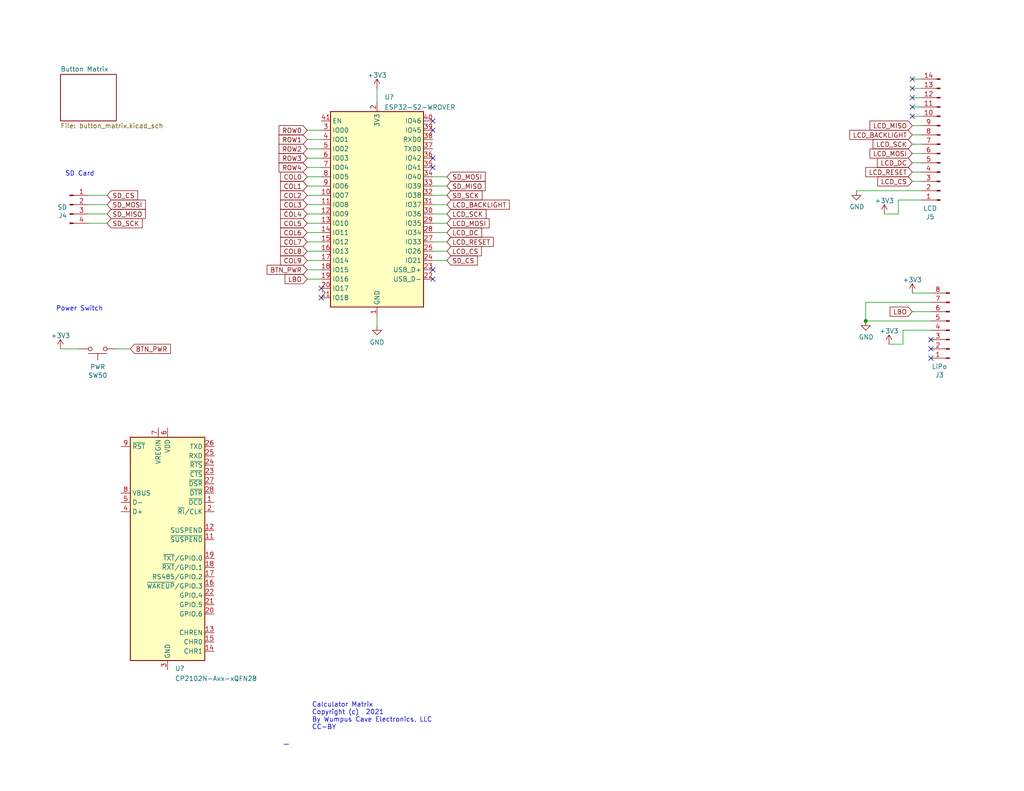
<source format=kicad_sch>
(kicad_sch (version 20211123) (generator eeschema)

  (uuid efeac2a2-7682-4dc7-83ee-f6f1b23da506)

  (paper "USLetter")

  (title_block
    (rev "1")
    (comment 1 "Designed for OSH Park 2 Layer Prototype")
  )

  (lib_symbols
    (symbol "Connector:Conn_01x04_Male" (pin_names (offset 1.016) hide) (in_bom yes) (on_board yes)
      (property "Reference" "J" (id 0) (at 0 5.08 0)
        (effects (font (size 1.27 1.27)))
      )
      (property "Value" "Conn_01x04_Male" (id 1) (at 0 -7.62 0)
        (effects (font (size 1.27 1.27)))
      )
      (property "Footprint" "" (id 2) (at 0 0 0)
        (effects (font (size 1.27 1.27)) hide)
      )
      (property "Datasheet" "~" (id 3) (at 0 0 0)
        (effects (font (size 1.27 1.27)) hide)
      )
      (property "ki_keywords" "connector" (id 4) (at 0 0 0)
        (effects (font (size 1.27 1.27)) hide)
      )
      (property "ki_description" "Generic connector, single row, 01x04, script generated (kicad-library-utils/schlib/autogen/connector/)" (id 5) (at 0 0 0)
        (effects (font (size 1.27 1.27)) hide)
      )
      (property "ki_fp_filters" "Connector*:*_1x??_*" (id 6) (at 0 0 0)
        (effects (font (size 1.27 1.27)) hide)
      )
      (symbol "Conn_01x04_Male_1_1"
        (polyline
          (pts
            (xy 1.27 -5.08)
            (xy 0.8636 -5.08)
          )
          (stroke (width 0.1524) (type default) (color 0 0 0 0))
          (fill (type none))
        )
        (polyline
          (pts
            (xy 1.27 -2.54)
            (xy 0.8636 -2.54)
          )
          (stroke (width 0.1524) (type default) (color 0 0 0 0))
          (fill (type none))
        )
        (polyline
          (pts
            (xy 1.27 0)
            (xy 0.8636 0)
          )
          (stroke (width 0.1524) (type default) (color 0 0 0 0))
          (fill (type none))
        )
        (polyline
          (pts
            (xy 1.27 2.54)
            (xy 0.8636 2.54)
          )
          (stroke (width 0.1524) (type default) (color 0 0 0 0))
          (fill (type none))
        )
        (rectangle (start 0.8636 -4.953) (end 0 -5.207)
          (stroke (width 0.1524) (type default) (color 0 0 0 0))
          (fill (type outline))
        )
        (rectangle (start 0.8636 -2.413) (end 0 -2.667)
          (stroke (width 0.1524) (type default) (color 0 0 0 0))
          (fill (type outline))
        )
        (rectangle (start 0.8636 0.127) (end 0 -0.127)
          (stroke (width 0.1524) (type default) (color 0 0 0 0))
          (fill (type outline))
        )
        (rectangle (start 0.8636 2.667) (end 0 2.413)
          (stroke (width 0.1524) (type default) (color 0 0 0 0))
          (fill (type outline))
        )
        (pin passive line (at 5.08 2.54 180) (length 3.81)
          (name "Pin_1" (effects (font (size 1.27 1.27))))
          (number "1" (effects (font (size 1.27 1.27))))
        )
        (pin passive line (at 5.08 0 180) (length 3.81)
          (name "Pin_2" (effects (font (size 1.27 1.27))))
          (number "2" (effects (font (size 1.27 1.27))))
        )
        (pin passive line (at 5.08 -2.54 180) (length 3.81)
          (name "Pin_3" (effects (font (size 1.27 1.27))))
          (number "3" (effects (font (size 1.27 1.27))))
        )
        (pin passive line (at 5.08 -5.08 180) (length 3.81)
          (name "Pin_4" (effects (font (size 1.27 1.27))))
          (number "4" (effects (font (size 1.27 1.27))))
        )
      )
    )
    (symbol "Connector:Conn_01x08_Male" (pin_names (offset 1.016) hide) (in_bom yes) (on_board yes)
      (property "Reference" "J" (id 0) (at 0 10.16 0)
        (effects (font (size 1.27 1.27)))
      )
      (property "Value" "Conn_01x08_Male" (id 1) (at 0 -12.7 0)
        (effects (font (size 1.27 1.27)))
      )
      (property "Footprint" "" (id 2) (at 0 0 0)
        (effects (font (size 1.27 1.27)) hide)
      )
      (property "Datasheet" "~" (id 3) (at 0 0 0)
        (effects (font (size 1.27 1.27)) hide)
      )
      (property "ki_keywords" "connector" (id 4) (at 0 0 0)
        (effects (font (size 1.27 1.27)) hide)
      )
      (property "ki_description" "Generic connector, single row, 01x08, script generated (kicad-library-utils/schlib/autogen/connector/)" (id 5) (at 0 0 0)
        (effects (font (size 1.27 1.27)) hide)
      )
      (property "ki_fp_filters" "Connector*:*_1x??_*" (id 6) (at 0 0 0)
        (effects (font (size 1.27 1.27)) hide)
      )
      (symbol "Conn_01x08_Male_1_1"
        (polyline
          (pts
            (xy 1.27 -10.16)
            (xy 0.8636 -10.16)
          )
          (stroke (width 0.1524) (type default) (color 0 0 0 0))
          (fill (type none))
        )
        (polyline
          (pts
            (xy 1.27 -7.62)
            (xy 0.8636 -7.62)
          )
          (stroke (width 0.1524) (type default) (color 0 0 0 0))
          (fill (type none))
        )
        (polyline
          (pts
            (xy 1.27 -5.08)
            (xy 0.8636 -5.08)
          )
          (stroke (width 0.1524) (type default) (color 0 0 0 0))
          (fill (type none))
        )
        (polyline
          (pts
            (xy 1.27 -2.54)
            (xy 0.8636 -2.54)
          )
          (stroke (width 0.1524) (type default) (color 0 0 0 0))
          (fill (type none))
        )
        (polyline
          (pts
            (xy 1.27 0)
            (xy 0.8636 0)
          )
          (stroke (width 0.1524) (type default) (color 0 0 0 0))
          (fill (type none))
        )
        (polyline
          (pts
            (xy 1.27 2.54)
            (xy 0.8636 2.54)
          )
          (stroke (width 0.1524) (type default) (color 0 0 0 0))
          (fill (type none))
        )
        (polyline
          (pts
            (xy 1.27 5.08)
            (xy 0.8636 5.08)
          )
          (stroke (width 0.1524) (type default) (color 0 0 0 0))
          (fill (type none))
        )
        (polyline
          (pts
            (xy 1.27 7.62)
            (xy 0.8636 7.62)
          )
          (stroke (width 0.1524) (type default) (color 0 0 0 0))
          (fill (type none))
        )
        (rectangle (start 0.8636 -10.033) (end 0 -10.287)
          (stroke (width 0.1524) (type default) (color 0 0 0 0))
          (fill (type outline))
        )
        (rectangle (start 0.8636 -7.493) (end 0 -7.747)
          (stroke (width 0.1524) (type default) (color 0 0 0 0))
          (fill (type outline))
        )
        (rectangle (start 0.8636 -4.953) (end 0 -5.207)
          (stroke (width 0.1524) (type default) (color 0 0 0 0))
          (fill (type outline))
        )
        (rectangle (start 0.8636 -2.413) (end 0 -2.667)
          (stroke (width 0.1524) (type default) (color 0 0 0 0))
          (fill (type outline))
        )
        (rectangle (start 0.8636 0.127) (end 0 -0.127)
          (stroke (width 0.1524) (type default) (color 0 0 0 0))
          (fill (type outline))
        )
        (rectangle (start 0.8636 2.667) (end 0 2.413)
          (stroke (width 0.1524) (type default) (color 0 0 0 0))
          (fill (type outline))
        )
        (rectangle (start 0.8636 5.207) (end 0 4.953)
          (stroke (width 0.1524) (type default) (color 0 0 0 0))
          (fill (type outline))
        )
        (rectangle (start 0.8636 7.747) (end 0 7.493)
          (stroke (width 0.1524) (type default) (color 0 0 0 0))
          (fill (type outline))
        )
        (pin passive line (at 5.08 7.62 180) (length 3.81)
          (name "Pin_1" (effects (font (size 1.27 1.27))))
          (number "1" (effects (font (size 1.27 1.27))))
        )
        (pin passive line (at 5.08 5.08 180) (length 3.81)
          (name "Pin_2" (effects (font (size 1.27 1.27))))
          (number "2" (effects (font (size 1.27 1.27))))
        )
        (pin passive line (at 5.08 2.54 180) (length 3.81)
          (name "Pin_3" (effects (font (size 1.27 1.27))))
          (number "3" (effects (font (size 1.27 1.27))))
        )
        (pin passive line (at 5.08 0 180) (length 3.81)
          (name "Pin_4" (effects (font (size 1.27 1.27))))
          (number "4" (effects (font (size 1.27 1.27))))
        )
        (pin passive line (at 5.08 -2.54 180) (length 3.81)
          (name "Pin_5" (effects (font (size 1.27 1.27))))
          (number "5" (effects (font (size 1.27 1.27))))
        )
        (pin passive line (at 5.08 -5.08 180) (length 3.81)
          (name "Pin_6" (effects (font (size 1.27 1.27))))
          (number "6" (effects (font (size 1.27 1.27))))
        )
        (pin passive line (at 5.08 -7.62 180) (length 3.81)
          (name "Pin_7" (effects (font (size 1.27 1.27))))
          (number "7" (effects (font (size 1.27 1.27))))
        )
        (pin passive line (at 5.08 -10.16 180) (length 3.81)
          (name "Pin_8" (effects (font (size 1.27 1.27))))
          (number "8" (effects (font (size 1.27 1.27))))
        )
      )
    )
    (symbol "Connector:Conn_01x14_Male" (pin_names (offset 1.016) hide) (in_bom yes) (on_board yes)
      (property "Reference" "J" (id 0) (at 0 17.78 0)
        (effects (font (size 1.27 1.27)))
      )
      (property "Value" "Conn_01x14_Male" (id 1) (at 0 -20.32 0)
        (effects (font (size 1.27 1.27)))
      )
      (property "Footprint" "" (id 2) (at 0 0 0)
        (effects (font (size 1.27 1.27)) hide)
      )
      (property "Datasheet" "~" (id 3) (at 0 0 0)
        (effects (font (size 1.27 1.27)) hide)
      )
      (property "ki_keywords" "connector" (id 4) (at 0 0 0)
        (effects (font (size 1.27 1.27)) hide)
      )
      (property "ki_description" "Generic connector, single row, 01x14, script generated (kicad-library-utils/schlib/autogen/connector/)" (id 5) (at 0 0 0)
        (effects (font (size 1.27 1.27)) hide)
      )
      (property "ki_fp_filters" "Connector*:*_1x??_*" (id 6) (at 0 0 0)
        (effects (font (size 1.27 1.27)) hide)
      )
      (symbol "Conn_01x14_Male_1_1"
        (polyline
          (pts
            (xy 1.27 -17.78)
            (xy 0.8636 -17.78)
          )
          (stroke (width 0.1524) (type default) (color 0 0 0 0))
          (fill (type none))
        )
        (polyline
          (pts
            (xy 1.27 -15.24)
            (xy 0.8636 -15.24)
          )
          (stroke (width 0.1524) (type default) (color 0 0 0 0))
          (fill (type none))
        )
        (polyline
          (pts
            (xy 1.27 -12.7)
            (xy 0.8636 -12.7)
          )
          (stroke (width 0.1524) (type default) (color 0 0 0 0))
          (fill (type none))
        )
        (polyline
          (pts
            (xy 1.27 -10.16)
            (xy 0.8636 -10.16)
          )
          (stroke (width 0.1524) (type default) (color 0 0 0 0))
          (fill (type none))
        )
        (polyline
          (pts
            (xy 1.27 -7.62)
            (xy 0.8636 -7.62)
          )
          (stroke (width 0.1524) (type default) (color 0 0 0 0))
          (fill (type none))
        )
        (polyline
          (pts
            (xy 1.27 -5.08)
            (xy 0.8636 -5.08)
          )
          (stroke (width 0.1524) (type default) (color 0 0 0 0))
          (fill (type none))
        )
        (polyline
          (pts
            (xy 1.27 -2.54)
            (xy 0.8636 -2.54)
          )
          (stroke (width 0.1524) (type default) (color 0 0 0 0))
          (fill (type none))
        )
        (polyline
          (pts
            (xy 1.27 0)
            (xy 0.8636 0)
          )
          (stroke (width 0.1524) (type default) (color 0 0 0 0))
          (fill (type none))
        )
        (polyline
          (pts
            (xy 1.27 2.54)
            (xy 0.8636 2.54)
          )
          (stroke (width 0.1524) (type default) (color 0 0 0 0))
          (fill (type none))
        )
        (polyline
          (pts
            (xy 1.27 5.08)
            (xy 0.8636 5.08)
          )
          (stroke (width 0.1524) (type default) (color 0 0 0 0))
          (fill (type none))
        )
        (polyline
          (pts
            (xy 1.27 7.62)
            (xy 0.8636 7.62)
          )
          (stroke (width 0.1524) (type default) (color 0 0 0 0))
          (fill (type none))
        )
        (polyline
          (pts
            (xy 1.27 10.16)
            (xy 0.8636 10.16)
          )
          (stroke (width 0.1524) (type default) (color 0 0 0 0))
          (fill (type none))
        )
        (polyline
          (pts
            (xy 1.27 12.7)
            (xy 0.8636 12.7)
          )
          (stroke (width 0.1524) (type default) (color 0 0 0 0))
          (fill (type none))
        )
        (polyline
          (pts
            (xy 1.27 15.24)
            (xy 0.8636 15.24)
          )
          (stroke (width 0.1524) (type default) (color 0 0 0 0))
          (fill (type none))
        )
        (rectangle (start 0.8636 -17.653) (end 0 -17.907)
          (stroke (width 0.1524) (type default) (color 0 0 0 0))
          (fill (type outline))
        )
        (rectangle (start 0.8636 -15.113) (end 0 -15.367)
          (stroke (width 0.1524) (type default) (color 0 0 0 0))
          (fill (type outline))
        )
        (rectangle (start 0.8636 -12.573) (end 0 -12.827)
          (stroke (width 0.1524) (type default) (color 0 0 0 0))
          (fill (type outline))
        )
        (rectangle (start 0.8636 -10.033) (end 0 -10.287)
          (stroke (width 0.1524) (type default) (color 0 0 0 0))
          (fill (type outline))
        )
        (rectangle (start 0.8636 -7.493) (end 0 -7.747)
          (stroke (width 0.1524) (type default) (color 0 0 0 0))
          (fill (type outline))
        )
        (rectangle (start 0.8636 -4.953) (end 0 -5.207)
          (stroke (width 0.1524) (type default) (color 0 0 0 0))
          (fill (type outline))
        )
        (rectangle (start 0.8636 -2.413) (end 0 -2.667)
          (stroke (width 0.1524) (type default) (color 0 0 0 0))
          (fill (type outline))
        )
        (rectangle (start 0.8636 0.127) (end 0 -0.127)
          (stroke (width 0.1524) (type default) (color 0 0 0 0))
          (fill (type outline))
        )
        (rectangle (start 0.8636 2.667) (end 0 2.413)
          (stroke (width 0.1524) (type default) (color 0 0 0 0))
          (fill (type outline))
        )
        (rectangle (start 0.8636 5.207) (end 0 4.953)
          (stroke (width 0.1524) (type default) (color 0 0 0 0))
          (fill (type outline))
        )
        (rectangle (start 0.8636 7.747) (end 0 7.493)
          (stroke (width 0.1524) (type default) (color 0 0 0 0))
          (fill (type outline))
        )
        (rectangle (start 0.8636 10.287) (end 0 10.033)
          (stroke (width 0.1524) (type default) (color 0 0 0 0))
          (fill (type outline))
        )
        (rectangle (start 0.8636 12.827) (end 0 12.573)
          (stroke (width 0.1524) (type default) (color 0 0 0 0))
          (fill (type outline))
        )
        (rectangle (start 0.8636 15.367) (end 0 15.113)
          (stroke (width 0.1524) (type default) (color 0 0 0 0))
          (fill (type outline))
        )
        (pin passive line (at 5.08 15.24 180) (length 3.81)
          (name "Pin_1" (effects (font (size 1.27 1.27))))
          (number "1" (effects (font (size 1.27 1.27))))
        )
        (pin passive line (at 5.08 -7.62 180) (length 3.81)
          (name "Pin_10" (effects (font (size 1.27 1.27))))
          (number "10" (effects (font (size 1.27 1.27))))
        )
        (pin passive line (at 5.08 -10.16 180) (length 3.81)
          (name "Pin_11" (effects (font (size 1.27 1.27))))
          (number "11" (effects (font (size 1.27 1.27))))
        )
        (pin passive line (at 5.08 -12.7 180) (length 3.81)
          (name "Pin_12" (effects (font (size 1.27 1.27))))
          (number "12" (effects (font (size 1.27 1.27))))
        )
        (pin passive line (at 5.08 -15.24 180) (length 3.81)
          (name "Pin_13" (effects (font (size 1.27 1.27))))
          (number "13" (effects (font (size 1.27 1.27))))
        )
        (pin passive line (at 5.08 -17.78 180) (length 3.81)
          (name "Pin_14" (effects (font (size 1.27 1.27))))
          (number "14" (effects (font (size 1.27 1.27))))
        )
        (pin passive line (at 5.08 12.7 180) (length 3.81)
          (name "Pin_2" (effects (font (size 1.27 1.27))))
          (number "2" (effects (font (size 1.27 1.27))))
        )
        (pin passive line (at 5.08 10.16 180) (length 3.81)
          (name "Pin_3" (effects (font (size 1.27 1.27))))
          (number "3" (effects (font (size 1.27 1.27))))
        )
        (pin passive line (at 5.08 7.62 180) (length 3.81)
          (name "Pin_4" (effects (font (size 1.27 1.27))))
          (number "4" (effects (font (size 1.27 1.27))))
        )
        (pin passive line (at 5.08 5.08 180) (length 3.81)
          (name "Pin_5" (effects (font (size 1.27 1.27))))
          (number "5" (effects (font (size 1.27 1.27))))
        )
        (pin passive line (at 5.08 2.54 180) (length 3.81)
          (name "Pin_6" (effects (font (size 1.27 1.27))))
          (number "6" (effects (font (size 1.27 1.27))))
        )
        (pin passive line (at 5.08 0 180) (length 3.81)
          (name "Pin_7" (effects (font (size 1.27 1.27))))
          (number "7" (effects (font (size 1.27 1.27))))
        )
        (pin passive line (at 5.08 -2.54 180) (length 3.81)
          (name "Pin_8" (effects (font (size 1.27 1.27))))
          (number "8" (effects (font (size 1.27 1.27))))
        )
        (pin passive line (at 5.08 -5.08 180) (length 3.81)
          (name "Pin_9" (effects (font (size 1.27 1.27))))
          (number "9" (effects (font (size 1.27 1.27))))
        )
      )
    )
    (symbol "Interface_USB:CP2102N-Axx-xQFN28" (in_bom yes) (on_board yes)
      (property "Reference" "U" (id 0) (at -8.89 31.75 0)
        (effects (font (size 1.27 1.27)))
      )
      (property "Value" "CP2102N-Axx-xQFN28" (id 1) (at 12.7 31.75 0)
        (effects (font (size 1.27 1.27)))
      )
      (property "Footprint" "Package_DFN_QFN:QFN-28-1EP_5x5mm_P0.5mm_EP3.35x3.35mm" (id 2) (at 33.02 -31.75 0)
        (effects (font (size 1.27 1.27)) hide)
      )
      (property "Datasheet" "https://www.silabs.com/documents/public/data-sheets/cp2102n-datasheet.pdf" (id 3) (at 1.27 -19.05 0)
        (effects (font (size 1.27 1.27)) hide)
      )
      (property "ki_keywords" "USB UART bridge" (id 4) (at 0 0 0)
        (effects (font (size 1.27 1.27)) hide)
      )
      (property "ki_description" "USB to UART master bridge, QFN-28" (id 5) (at 0 0 0)
        (effects (font (size 1.27 1.27)) hide)
      )
      (property "ki_fp_filters" "QFN*1EP*5x5mm*P0.5mm*" (id 6) (at 0 0 0)
        (effects (font (size 1.27 1.27)) hide)
      )
      (symbol "CP2102N-Axx-xQFN28_0_1"
        (rectangle (start -10.16 30.48) (end 10.16 -30.48)
          (stroke (width 0.254) (type default) (color 0 0 0 0))
          (fill (type background))
        )
      )
      (symbol "CP2102N-Axx-xQFN28_1_1"
        (pin input line (at 12.7 12.7 180) (length 2.54)
          (name "~{DCD}" (effects (font (size 1.27 1.27))))
          (number "1" (effects (font (size 1.27 1.27))))
        )
        (pin no_connect line (at -10.16 -27.94 0) (length 2.54) hide
          (name "NC" (effects (font (size 1.27 1.27))))
          (number "10" (effects (font (size 1.27 1.27))))
        )
        (pin output line (at 12.7 2.54 180) (length 2.54)
          (name "~{SUSPEND}" (effects (font (size 1.27 1.27))))
          (number "11" (effects (font (size 1.27 1.27))))
        )
        (pin output line (at 12.7 5.08 180) (length 2.54)
          (name "SUSPEND" (effects (font (size 1.27 1.27))))
          (number "12" (effects (font (size 1.27 1.27))))
        )
        (pin output line (at 12.7 -22.86 180) (length 2.54)
          (name "CHREN" (effects (font (size 1.27 1.27))))
          (number "13" (effects (font (size 1.27 1.27))))
        )
        (pin output line (at 12.7 -27.94 180) (length 2.54)
          (name "CHR1" (effects (font (size 1.27 1.27))))
          (number "14" (effects (font (size 1.27 1.27))))
        )
        (pin output line (at 12.7 -25.4 180) (length 2.54)
          (name "CHR0" (effects (font (size 1.27 1.27))))
          (number "15" (effects (font (size 1.27 1.27))))
        )
        (pin bidirectional line (at 12.7 -10.16 180) (length 2.54)
          (name "~{WAKEUP}/GPIO.3" (effects (font (size 1.27 1.27))))
          (number "16" (effects (font (size 1.27 1.27))))
        )
        (pin bidirectional line (at 12.7 -7.62 180) (length 2.54)
          (name "RS485/GPIO.2" (effects (font (size 1.27 1.27))))
          (number "17" (effects (font (size 1.27 1.27))))
        )
        (pin bidirectional line (at 12.7 -5.08 180) (length 2.54)
          (name "~{RXT}/GPIO.1" (effects (font (size 1.27 1.27))))
          (number "18" (effects (font (size 1.27 1.27))))
        )
        (pin bidirectional line (at 12.7 -2.54 180) (length 2.54)
          (name "~{TXT}/GPIO.0" (effects (font (size 1.27 1.27))))
          (number "19" (effects (font (size 1.27 1.27))))
        )
        (pin bidirectional line (at 12.7 10.16 180) (length 2.54)
          (name "~{RI}/CLK" (effects (font (size 1.27 1.27))))
          (number "2" (effects (font (size 1.27 1.27))))
        )
        (pin bidirectional line (at 12.7 -17.78 180) (length 2.54)
          (name "GPIO.6" (effects (font (size 1.27 1.27))))
          (number "20" (effects (font (size 1.27 1.27))))
        )
        (pin bidirectional line (at 12.7 -15.24 180) (length 2.54)
          (name "GPIO.5" (effects (font (size 1.27 1.27))))
          (number "21" (effects (font (size 1.27 1.27))))
        )
        (pin bidirectional line (at 12.7 -12.7 180) (length 2.54)
          (name "GPIO.4" (effects (font (size 1.27 1.27))))
          (number "22" (effects (font (size 1.27 1.27))))
        )
        (pin input line (at 12.7 20.32 180) (length 2.54)
          (name "~{CTS}" (effects (font (size 1.27 1.27))))
          (number "23" (effects (font (size 1.27 1.27))))
        )
        (pin output line (at 12.7 22.86 180) (length 2.54)
          (name "~{RTS}" (effects (font (size 1.27 1.27))))
          (number "24" (effects (font (size 1.27 1.27))))
        )
        (pin input line (at 12.7 25.4 180) (length 2.54)
          (name "RXD" (effects (font (size 1.27 1.27))))
          (number "25" (effects (font (size 1.27 1.27))))
        )
        (pin output line (at 12.7 27.94 180) (length 2.54)
          (name "TXD" (effects (font (size 1.27 1.27))))
          (number "26" (effects (font (size 1.27 1.27))))
        )
        (pin input line (at 12.7 17.78 180) (length 2.54)
          (name "~{DSR}" (effects (font (size 1.27 1.27))))
          (number "27" (effects (font (size 1.27 1.27))))
        )
        (pin output line (at 12.7 15.24 180) (length 2.54)
          (name "~{DTR}" (effects (font (size 1.27 1.27))))
          (number "28" (effects (font (size 1.27 1.27))))
        )
        (pin passive line (at 0 -33.02 90) (length 2.54) hide
          (name "GND" (effects (font (size 1.27 1.27))))
          (number "29" (effects (font (size 1.27 1.27))))
        )
        (pin power_in line (at 0 -33.02 90) (length 2.54)
          (name "GND" (effects (font (size 1.27 1.27))))
          (number "3" (effects (font (size 1.27 1.27))))
        )
        (pin bidirectional line (at -12.7 10.16 0) (length 2.54)
          (name "D+" (effects (font (size 1.27 1.27))))
          (number "4" (effects (font (size 1.27 1.27))))
        )
        (pin bidirectional line (at -12.7 12.7 0) (length 2.54)
          (name "D-" (effects (font (size 1.27 1.27))))
          (number "5" (effects (font (size 1.27 1.27))))
        )
        (pin power_in line (at 0 33.02 270) (length 2.54)
          (name "VDD" (effects (font (size 1.27 1.27))))
          (number "6" (effects (font (size 1.27 1.27))))
        )
        (pin power_in line (at -2.54 33.02 270) (length 2.54)
          (name "VREGIN" (effects (font (size 1.27 1.27))))
          (number "7" (effects (font (size 1.27 1.27))))
        )
        (pin input line (at -12.7 15.24 0) (length 2.54)
          (name "VBUS" (effects (font (size 1.27 1.27))))
          (number "8" (effects (font (size 1.27 1.27))))
        )
        (pin input line (at -12.7 27.94 0) (length 2.54)
          (name "~{RST}" (effects (font (size 1.27 1.27))))
          (number "9" (effects (font (size 1.27 1.27))))
        )
      )
    )
    (symbol "RF_Module:ESP32-S2-WROVER" (in_bom yes) (on_board yes)
      (property "Reference" "U" (id 0) (at -12.7 29.21 0)
        (effects (font (size 1.27 1.27)) (justify left))
      )
      (property "Value" "ESP32-S2-WROVER" (id 1) (at 2.54 29.21 0)
        (effects (font (size 1.27 1.27)) (justify left))
      )
      (property "Footprint" "RF_Module:ESP32-S2-WROVER" (id 2) (at 19.05 -29.21 0)
        (effects (font (size 1.27 1.27)) hide)
      )
      (property "Datasheet" "https://www.espressif.com/sites/default/files/documentation/esp32-s2-wroom_esp32-s2-wroom-i_datasheet_en.pdf" (id 3) (at -7.62 -20.32 0)
        (effects (font (size 1.27 1.27)) hide)
      )
      (property "ki_keywords" "RF Radio ESP ESP32 Espressif onboard PCB antenna" (id 4) (at 0 0 0)
        (effects (font (size 1.27 1.27)) hide)
      )
      (property "ki_description" "RF Module, ESP32-D0WDQ6 SoC, Wi-Fi 802.11b/g/n, 32-bit, 2.7-3.6V, onboard antenna, SMD" (id 5) (at 0 0 0)
        (effects (font (size 1.27 1.27)) hide)
      )
      (property "ki_fp_filters" "ESP32?S2?WROVER*" (id 6) (at 0 0 0)
        (effects (font (size 1.27 1.27)) hide)
      )
      (symbol "ESP32-S2-WROVER_0_1"
        (rectangle (start -12.7 27.94) (end 12.7 -25.4)
          (stroke (width 0.254) (type default) (color 0 0 0 0))
          (fill (type background))
        )
      )
      (symbol "ESP32-S2-WROVER_1_1"
        (pin power_in line (at 0 -27.94 90) (length 2.54)
          (name "GND" (effects (font (size 1.27 1.27))))
          (number "1" (effects (font (size 1.27 1.27))))
        )
        (pin bidirectional line (at -15.24 5.08 0) (length 2.54)
          (name "IO07" (effects (font (size 1.27 1.27))))
          (number "10" (effects (font (size 1.27 1.27))))
        )
        (pin bidirectional line (at -15.24 2.54 0) (length 2.54)
          (name "IO08" (effects (font (size 1.27 1.27))))
          (number "11" (effects (font (size 1.27 1.27))))
        )
        (pin bidirectional line (at -15.24 0 0) (length 2.54)
          (name "IO09" (effects (font (size 1.27 1.27))))
          (number "12" (effects (font (size 1.27 1.27))))
        )
        (pin bidirectional line (at -15.24 -2.54 0) (length 2.54)
          (name "IO10" (effects (font (size 1.27 1.27))))
          (number "13" (effects (font (size 1.27 1.27))))
        )
        (pin bidirectional line (at -15.24 -5.08 0) (length 2.54)
          (name "IO11" (effects (font (size 1.27 1.27))))
          (number "14" (effects (font (size 1.27 1.27))))
        )
        (pin bidirectional line (at -15.24 -7.62 0) (length 2.54)
          (name "IO12" (effects (font (size 1.27 1.27))))
          (number "15" (effects (font (size 1.27 1.27))))
        )
        (pin bidirectional line (at -15.24 -10.16 0) (length 2.54)
          (name "IO13" (effects (font (size 1.27 1.27))))
          (number "16" (effects (font (size 1.27 1.27))))
        )
        (pin bidirectional line (at -15.24 -12.7 0) (length 2.54)
          (name "IO14" (effects (font (size 1.27 1.27))))
          (number "17" (effects (font (size 1.27 1.27))))
        )
        (pin bidirectional line (at -15.24 -15.24 0) (length 2.54)
          (name "IO15" (effects (font (size 1.27 1.27))))
          (number "18" (effects (font (size 1.27 1.27))))
        )
        (pin bidirectional line (at -15.24 -17.78 0) (length 2.54)
          (name "IO16" (effects (font (size 1.27 1.27))))
          (number "19" (effects (font (size 1.27 1.27))))
        )
        (pin power_in line (at 0 30.48 270) (length 2.54)
          (name "3V3" (effects (font (size 1.27 1.27))))
          (number "2" (effects (font (size 1.27 1.27))))
        )
        (pin bidirectional line (at -15.24 -20.32 0) (length 2.54)
          (name "IO17" (effects (font (size 1.27 1.27))))
          (number "20" (effects (font (size 1.27 1.27))))
        )
        (pin bidirectional line (at -15.24 -22.86 0) (length 2.54)
          (name "IO18" (effects (font (size 1.27 1.27))))
          (number "21" (effects (font (size 1.27 1.27))))
        )
        (pin bidirectional line (at 15.24 -17.78 180) (length 2.54)
          (name "USB_D-" (effects (font (size 1.27 1.27))))
          (number "22" (effects (font (size 1.27 1.27))))
        )
        (pin bidirectional line (at 15.24 -15.24 180) (length 2.54)
          (name "USB_D+" (effects (font (size 1.27 1.27))))
          (number "23" (effects (font (size 1.27 1.27))))
        )
        (pin bidirectional line (at 15.24 -12.7 180) (length 2.54)
          (name "IO21" (effects (font (size 1.27 1.27))))
          (number "24" (effects (font (size 1.27 1.27))))
        )
        (pin bidirectional line (at 15.24 -10.16 180) (length 2.54)
          (name "IO26" (effects (font (size 1.27 1.27))))
          (number "25" (effects (font (size 1.27 1.27))))
        )
        (pin passive line (at 0 -27.94 90) (length 2.54) hide
          (name "GND" (effects (font (size 1.27 1.27))))
          (number "26" (effects (font (size 1.27 1.27))))
        )
        (pin bidirectional line (at 15.24 -7.62 180) (length 2.54)
          (name "IO33" (effects (font (size 1.27 1.27))))
          (number "27" (effects (font (size 1.27 1.27))))
        )
        (pin bidirectional line (at 15.24 -5.08 180) (length 2.54)
          (name "IO34" (effects (font (size 1.27 1.27))))
          (number "28" (effects (font (size 1.27 1.27))))
        )
        (pin bidirectional line (at 15.24 -2.54 180) (length 2.54)
          (name "IO35" (effects (font (size 1.27 1.27))))
          (number "29" (effects (font (size 1.27 1.27))))
        )
        (pin bidirectional line (at -15.24 22.86 0) (length 2.54)
          (name "IO00" (effects (font (size 1.27 1.27))))
          (number "3" (effects (font (size 1.27 1.27))))
        )
        (pin bidirectional line (at 15.24 0 180) (length 2.54)
          (name "IO36" (effects (font (size 1.27 1.27))))
          (number "30" (effects (font (size 1.27 1.27))))
        )
        (pin bidirectional line (at 15.24 2.54 180) (length 2.54)
          (name "IO37" (effects (font (size 1.27 1.27))))
          (number "31" (effects (font (size 1.27 1.27))))
        )
        (pin bidirectional line (at 15.24 5.08 180) (length 2.54)
          (name "IO38" (effects (font (size 1.27 1.27))))
          (number "32" (effects (font (size 1.27 1.27))))
        )
        (pin bidirectional line (at 15.24 7.62 180) (length 2.54)
          (name "IO39" (effects (font (size 1.27 1.27))))
          (number "33" (effects (font (size 1.27 1.27))))
        )
        (pin bidirectional line (at 15.24 10.16 180) (length 2.54)
          (name "IO40" (effects (font (size 1.27 1.27))))
          (number "34" (effects (font (size 1.27 1.27))))
        )
        (pin bidirectional line (at 15.24 12.7 180) (length 2.54)
          (name "IO41" (effects (font (size 1.27 1.27))))
          (number "35" (effects (font (size 1.27 1.27))))
        )
        (pin bidirectional line (at 15.24 15.24 180) (length 2.54)
          (name "IO42" (effects (font (size 1.27 1.27))))
          (number "36" (effects (font (size 1.27 1.27))))
        )
        (pin bidirectional line (at 15.24 17.78 180) (length 2.54)
          (name "TXD0" (effects (font (size 1.27 1.27))))
          (number "37" (effects (font (size 1.27 1.27))))
        )
        (pin bidirectional line (at 15.24 20.32 180) (length 2.54)
          (name "RXD0" (effects (font (size 1.27 1.27))))
          (number "38" (effects (font (size 1.27 1.27))))
        )
        (pin bidirectional line (at 15.24 22.86 180) (length 2.54)
          (name "IO45" (effects (font (size 1.27 1.27))))
          (number "39" (effects (font (size 1.27 1.27))))
        )
        (pin bidirectional line (at -15.24 20.32 0) (length 2.54)
          (name "IO01" (effects (font (size 1.27 1.27))))
          (number "4" (effects (font (size 1.27 1.27))))
        )
        (pin input line (at 15.24 25.4 180) (length 2.54)
          (name "IO46" (effects (font (size 1.27 1.27))))
          (number "40" (effects (font (size 1.27 1.27))))
        )
        (pin input line (at -15.24 25.4 0) (length 2.54)
          (name "EN" (effects (font (size 1.27 1.27))))
          (number "41" (effects (font (size 1.27 1.27))))
        )
        (pin passive line (at 0 -27.94 90) (length 2.54) hide
          (name "GND" (effects (font (size 1.27 1.27))))
          (number "42" (effects (font (size 1.27 1.27))))
        )
        (pin passive line (at 0 -27.94 90) (length 2.54) hide
          (name "GND" (effects (font (size 1.27 1.27))))
          (number "43" (effects (font (size 1.27 1.27))))
        )
        (pin bidirectional line (at -15.24 17.78 0) (length 2.54)
          (name "IO02" (effects (font (size 1.27 1.27))))
          (number "5" (effects (font (size 1.27 1.27))))
        )
        (pin bidirectional line (at -15.24 15.24 0) (length 2.54)
          (name "IO03" (effects (font (size 1.27 1.27))))
          (number "6" (effects (font (size 1.27 1.27))))
        )
        (pin bidirectional line (at -15.24 12.7 0) (length 2.54)
          (name "IO04" (effects (font (size 1.27 1.27))))
          (number "7" (effects (font (size 1.27 1.27))))
        )
        (pin bidirectional line (at -15.24 10.16 0) (length 2.54)
          (name "IO05" (effects (font (size 1.27 1.27))))
          (number "8" (effects (font (size 1.27 1.27))))
        )
        (pin bidirectional line (at -15.24 7.62 0) (length 2.54)
          (name "IO06" (effects (font (size 1.27 1.27))))
          (number "9" (effects (font (size 1.27 1.27))))
        )
      )
    )
    (symbol "Switch:SW_Push" (pin_numbers hide) (pin_names (offset 1.016) hide) (in_bom yes) (on_board yes)
      (property "Reference" "SW" (id 0) (at 1.27 2.54 0)
        (effects (font (size 1.27 1.27)) (justify left))
      )
      (property "Value" "SW_Push" (id 1) (at 0 -1.524 0)
        (effects (font (size 1.27 1.27)))
      )
      (property "Footprint" "" (id 2) (at 0 5.08 0)
        (effects (font (size 1.27 1.27)) hide)
      )
      (property "Datasheet" "~" (id 3) (at 0 5.08 0)
        (effects (font (size 1.27 1.27)) hide)
      )
      (property "ki_keywords" "switch normally-open pushbutton push-button" (id 4) (at 0 0 0)
        (effects (font (size 1.27 1.27)) hide)
      )
      (property "ki_description" "Push button switch, generic, two pins" (id 5) (at 0 0 0)
        (effects (font (size 1.27 1.27)) hide)
      )
      (symbol "SW_Push_0_1"
        (circle (center -2.032 0) (radius 0.508)
          (stroke (width 0) (type default) (color 0 0 0 0))
          (fill (type none))
        )
        (polyline
          (pts
            (xy 0 1.27)
            (xy 0 3.048)
          )
          (stroke (width 0) (type default) (color 0 0 0 0))
          (fill (type none))
        )
        (polyline
          (pts
            (xy 2.54 1.27)
            (xy -2.54 1.27)
          )
          (stroke (width 0) (type default) (color 0 0 0 0))
          (fill (type none))
        )
        (circle (center 2.032 0) (radius 0.508)
          (stroke (width 0) (type default) (color 0 0 0 0))
          (fill (type none))
        )
        (pin passive line (at -5.08 0 0) (length 2.54)
          (name "1" (effects (font (size 1.27 1.27))))
          (number "1" (effects (font (size 1.27 1.27))))
        )
        (pin passive line (at 5.08 0 180) (length 2.54)
          (name "2" (effects (font (size 1.27 1.27))))
          (number "2" (effects (font (size 1.27 1.27))))
        )
      )
    )
    (symbol "power:+3.3V" (power) (pin_names (offset 0)) (in_bom yes) (on_board yes)
      (property "Reference" "#PWR" (id 0) (at 0 -3.81 0)
        (effects (font (size 1.27 1.27)) hide)
      )
      (property "Value" "+3.3V" (id 1) (at 0 3.556 0)
        (effects (font (size 1.27 1.27)))
      )
      (property "Footprint" "" (id 2) (at 0 0 0)
        (effects (font (size 1.27 1.27)) hide)
      )
      (property "Datasheet" "" (id 3) (at 0 0 0)
        (effects (font (size 1.27 1.27)) hide)
      )
      (property "ki_keywords" "power-flag" (id 4) (at 0 0 0)
        (effects (font (size 1.27 1.27)) hide)
      )
      (property "ki_description" "Power symbol creates a global label with name \"+3.3V\"" (id 5) (at 0 0 0)
        (effects (font (size 1.27 1.27)) hide)
      )
      (symbol "+3.3V_0_1"
        (polyline
          (pts
            (xy -0.762 1.27)
            (xy 0 2.54)
          )
          (stroke (width 0) (type default) (color 0 0 0 0))
          (fill (type none))
        )
        (polyline
          (pts
            (xy 0 0)
            (xy 0 2.54)
          )
          (stroke (width 0) (type default) (color 0 0 0 0))
          (fill (type none))
        )
        (polyline
          (pts
            (xy 0 2.54)
            (xy 0.762 1.27)
          )
          (stroke (width 0) (type default) (color 0 0 0 0))
          (fill (type none))
        )
      )
      (symbol "+3.3V_1_1"
        (pin power_in line (at 0 0 90) (length 0) hide
          (name "+3V3" (effects (font (size 1.27 1.27))))
          (number "1" (effects (font (size 1.27 1.27))))
        )
      )
    )
    (symbol "power:GND" (power) (pin_names (offset 0)) (in_bom yes) (on_board yes)
      (property "Reference" "#PWR" (id 0) (at 0 -6.35 0)
        (effects (font (size 1.27 1.27)) hide)
      )
      (property "Value" "GND" (id 1) (at 0 -3.81 0)
        (effects (font (size 1.27 1.27)))
      )
      (property "Footprint" "" (id 2) (at 0 0 0)
        (effects (font (size 1.27 1.27)) hide)
      )
      (property "Datasheet" "" (id 3) (at 0 0 0)
        (effects (font (size 1.27 1.27)) hide)
      )
      (property "ki_keywords" "power-flag" (id 4) (at 0 0 0)
        (effects (font (size 1.27 1.27)) hide)
      )
      (property "ki_description" "Power symbol creates a global label with name \"GND\" , ground" (id 5) (at 0 0 0)
        (effects (font (size 1.27 1.27)) hide)
      )
      (symbol "GND_0_1"
        (polyline
          (pts
            (xy 0 0)
            (xy 0 -1.27)
            (xy 1.27 -1.27)
            (xy 0 -2.54)
            (xy -1.27 -1.27)
            (xy 0 -1.27)
          )
          (stroke (width 0) (type default) (color 0 0 0 0))
          (fill (type none))
        )
      )
      (symbol "GND_1_1"
        (pin power_in line (at 0 0 270) (length 0) hide
          (name "GND" (effects (font (size 1.27 1.27))))
          (number "1" (effects (font (size 1.27 1.27))))
        )
      )
    )
  )

  (junction (at 236.22 87.63) (diameter 0) (color 0 0 0 0)
    (uuid 5dab7013-e0c8-4a15-ae4d-9bf980ee1331)
  )

  (no_connect (at 254 92.71) (uuid 152cd84e-bbed-4df5-a866-d1ab977b0966))
  (no_connect (at 254 97.79) (uuid 2a4111b7-8149-4814-9344-3b8119cd75e4))
  (no_connect (at 118.11 73.66) (uuid 43e71864-308e-43fc-a1a4-2ee50c2f243e))
  (no_connect (at 118.11 76.2) (uuid 43e71864-308e-43fc-a1a4-2ee50c2f243f))
  (no_connect (at 254 95.25) (uuid 560d05a7-84e4-403a-80d1-f287a4032b8a))
  (no_connect (at 87.63 78.74) (uuid 9b8ff749-cfe8-4aa0-bd57-ded7b58725ad))
  (no_connect (at 87.63 81.28) (uuid 9b8ff749-cfe8-4aa0-bd57-ded7b58725ae))
  (no_connect (at 118.11 35.56) (uuid 9b8ff749-cfe8-4aa0-bd57-ded7b58725af))
  (no_connect (at 118.11 43.18) (uuid 9b8ff749-cfe8-4aa0-bd57-ded7b58725b0))
  (no_connect (at 118.11 45.72) (uuid 9b8ff749-cfe8-4aa0-bd57-ded7b58725b1))
  (no_connect (at 118.11 33.02) (uuid 9b8ff749-cfe8-4aa0-bd57-ded7b58725b2))
  (no_connect (at 248.92 31.75) (uuid ab8fa022-f3b2-4e34-8ebf-12e4731aa823))
  (no_connect (at 248.92 29.21) (uuid ab8fa022-f3b2-4e34-8ebf-12e4731aa824))
  (no_connect (at 248.92 26.67) (uuid ab8fa022-f3b2-4e34-8ebf-12e4731aa825))
  (no_connect (at 248.92 24.13) (uuid ab8fa022-f3b2-4e34-8ebf-12e4731aa826))
  (no_connect (at 248.92 21.59) (uuid ab8fa022-f3b2-4e34-8ebf-12e4731aa827))

  (wire (pts (xy 83.82 66.04) (xy 87.63 66.04))
    (stroke (width 0) (type default) (color 0 0 0 0))
    (uuid 0b4a1b72-26c0-47c4-97fe-0cec4c67e4c5)
  )
  (wire (pts (xy 118.11 63.5) (xy 121.92 63.5))
    (stroke (width 0) (type default) (color 0 0 0 0))
    (uuid 0f0365f6-61ee-42be-b427-48cac09e3831)
  )
  (wire (pts (xy 83.82 63.5) (xy 87.63 63.5))
    (stroke (width 0) (type default) (color 0 0 0 0))
    (uuid 14c08508-9aaa-4c65-94bd-2b0ee471f9d5)
  )
  (wire (pts (xy 236.22 87.63) (xy 236.22 82.55))
    (stroke (width 0) (type default) (color 0 0 0 0))
    (uuid 1855ca44-ab48-4b76-a210-97fc81d916c4)
  )
  (wire (pts (xy 83.82 71.12) (xy 87.63 71.12))
    (stroke (width 0) (type default) (color 0 0 0 0))
    (uuid 1ca64861-2be1-4e8d-9b2e-3bb778a2bee3)
  )
  (wire (pts (xy 118.11 48.26) (xy 121.92 48.26))
    (stroke (width 0) (type default) (color 0 0 0 0))
    (uuid 1d3553d3-a67d-43e6-b75d-612d4c696624)
  )
  (wire (pts (xy 83.82 58.42) (xy 87.63 58.42))
    (stroke (width 0) (type default) (color 0 0 0 0))
    (uuid 1fe95192-8078-49a6-9d12-373f8aafcec5)
  )
  (wire (pts (xy 251.46 26.67) (xy 248.92 26.67))
    (stroke (width 0) (type default) (color 0 0 0 0))
    (uuid 22962957-1efd-404d-83db-5b233b6c15b0)
  )
  (wire (pts (xy 83.82 53.34) (xy 87.63 53.34))
    (stroke (width 0) (type default) (color 0 0 0 0))
    (uuid 22cf5642-1885-4414-af12-802fe4d42ad7)
  )
  (wire (pts (xy 248.92 39.37) (xy 251.46 39.37))
    (stroke (width 0) (type default) (color 0 0 0 0))
    (uuid 275b6416-db29-42cc-9307-bf426917c3b4)
  )
  (wire (pts (xy 118.11 68.58) (xy 121.92 68.58))
    (stroke (width 0) (type default) (color 0 0 0 0))
    (uuid 3b383d56-9cc4-4984-a7cb-3f874818ace0)
  )
  (wire (pts (xy 251.46 36.83) (xy 248.92 36.83))
    (stroke (width 0) (type default) (color 0 0 0 0))
    (uuid 3c22d605-7855-4cc6-8ad2-906cadbd02dc)
  )
  (wire (pts (xy 83.82 48.26) (xy 87.63 48.26))
    (stroke (width 0) (type default) (color 0 0 0 0))
    (uuid 3e9ff2b1-8d6c-4a3a-8aa0-bb8c74a7285f)
  )
  (wire (pts (xy 251.46 46.99) (xy 248.92 46.99))
    (stroke (width 0) (type default) (color 0 0 0 0))
    (uuid 4086cbd7-6ba7-4e63-8da9-17e60627ee17)
  )
  (wire (pts (xy 83.82 55.88) (xy 87.63 55.88))
    (stroke (width 0) (type default) (color 0 0 0 0))
    (uuid 53218284-bc1e-4059-9690-51518faadd62)
  )
  (wire (pts (xy 83.82 73.66) (xy 87.63 73.66))
    (stroke (width 0) (type default) (color 0 0 0 0))
    (uuid 5c371637-b1e2-42fe-a29b-f40fa5c0dbaa)
  )
  (wire (pts (xy 83.82 60.96) (xy 87.63 60.96))
    (stroke (width 0) (type default) (color 0 0 0 0))
    (uuid 5cddc709-0145-4e4d-86a8-ed37ec4c9ce6)
  )
  (wire (pts (xy 254 80.01) (xy 248.92 80.01))
    (stroke (width 0) (type default) (color 0 0 0 0))
    (uuid 5e755161-24a5-4650-a6e3-9836bf074412)
  )
  (wire (pts (xy 254 87.63) (xy 236.22 87.63))
    (stroke (width 0) (type default) (color 0 0 0 0))
    (uuid 5f48b0f2-82cf-40ce-afac-440f97643c36)
  )
  (wire (pts (xy 29.21 55.88) (xy 24.13 55.88))
    (stroke (width 0) (type default) (color 0 0 0 0))
    (uuid 631c7be5-8dc2-4df4-ab73-737bb928e763)
  )
  (wire (pts (xy 83.82 40.64) (xy 87.63 40.64))
    (stroke (width 0) (type default) (color 0 0 0 0))
    (uuid 663a4e33-13bc-41e3-a5e9-aedc00a2c222)
  )
  (wire (pts (xy 29.21 53.34) (xy 24.13 53.34))
    (stroke (width 0) (type default) (color 0 0 0 0))
    (uuid 6d2a06fb-0b1e-452a-ab38-11a5f45e1b32)
  )
  (wire (pts (xy 83.82 43.18) (xy 87.63 43.18))
    (stroke (width 0) (type default) (color 0 0 0 0))
    (uuid 6ea912d8-cb07-48ae-ab81-a39279c40d36)
  )
  (wire (pts (xy 102.87 86.36) (xy 102.87 88.9))
    (stroke (width 0) (type default) (color 0 0 0 0))
    (uuid 71246802-2a67-41d4-96e5-798e314a8394)
  )
  (wire (pts (xy 254 82.55) (xy 236.22 82.55))
    (stroke (width 0) (type default) (color 0 0 0 0))
    (uuid 755f94aa-38f0-4a64-a7c7-6c71cb18cddf)
  )
  (wire (pts (xy 241.3 58.42) (xy 245.11 58.42))
    (stroke (width 0) (type default) (color 0 0 0 0))
    (uuid 787a0080-6494-4792-963f-42c99a9a64cc)
  )
  (wire (pts (xy 118.11 71.12) (xy 121.92 71.12))
    (stroke (width 0) (type default) (color 0 0 0 0))
    (uuid 7d11dcd9-824d-4911-9d36-d692787e6419)
  )
  (wire (pts (xy 246.38 93.98) (xy 242.57 93.98))
    (stroke (width 0) (type default) (color 0 0 0 0))
    (uuid 875f68a8-2d50-46b4-b66d-654e24b49f7d)
  )
  (wire (pts (xy 251.46 21.59) (xy 248.92 21.59))
    (stroke (width 0) (type default) (color 0 0 0 0))
    (uuid 88606262-3ac5-44a1-aacc-18b26cf4d396)
  )
  (wire (pts (xy 83.82 45.72) (xy 87.63 45.72))
    (stroke (width 0) (type default) (color 0 0 0 0))
    (uuid 8d0760ce-ba3a-42dd-b7c2-572fd3153aa2)
  )
  (wire (pts (xy 248.92 29.21) (xy 251.46 29.21))
    (stroke (width 0) (type default) (color 0 0 0 0))
    (uuid 8eb98c56-17e4-4de6-a3e3-06dcfa392040)
  )
  (wire (pts (xy 251.46 41.91) (xy 248.92 41.91))
    (stroke (width 0) (type default) (color 0 0 0 0))
    (uuid 91fc5800-6029-46b1-848d-ca0091f97267)
  )
  (wire (pts (xy 24.13 58.42) (xy 29.21 58.42))
    (stroke (width 0) (type default) (color 0 0 0 0))
    (uuid 929a9b03-e99e-4b88-8e16-759f8c6b59a5)
  )
  (wire (pts (xy 83.82 68.58) (xy 87.63 68.58))
    (stroke (width 0) (type default) (color 0 0 0 0))
    (uuid 950439c5-613c-4f0d-97cb-26e5d936126c)
  )
  (wire (pts (xy 118.11 60.96) (xy 121.92 60.96))
    (stroke (width 0) (type default) (color 0 0 0 0))
    (uuid 955ee0e8-be93-45fc-91ee-f32b9c76e559)
  )
  (wire (pts (xy 246.38 90.17) (xy 246.38 93.98))
    (stroke (width 0) (type default) (color 0 0 0 0))
    (uuid 9d6d959e-108f-46bf-adad-e72e6e06f917)
  )
  (wire (pts (xy 118.11 50.8) (xy 121.92 50.8))
    (stroke (width 0) (type default) (color 0 0 0 0))
    (uuid a1a29eb6-1b53-4255-abf0-158062e0f4bd)
  )
  (wire (pts (xy 83.82 35.56) (xy 87.63 35.56))
    (stroke (width 0) (type default) (color 0 0 0 0))
    (uuid aba7cd7f-93c5-4769-bed1-881e8ee7e362)
  )
  (wire (pts (xy 251.46 54.61) (xy 245.11 54.61))
    (stroke (width 0) (type default) (color 0 0 0 0))
    (uuid abff3c85-f0eb-4637-871d-3b8e409c94c0)
  )
  (wire (pts (xy 31.75 95.25) (xy 35.56 95.25))
    (stroke (width 0) (type default) (color 0 0 0 0))
    (uuid af76ce95-feca-41fb-bf31-edaa26d6766a)
  )
  (polyline (pts (xy 78.74 203.2) (xy 77.47 203.2))
    (stroke (width 0) (type default) (color 0 0 0 0))
    (uuid b456cffc-d9d7-4c91-91f2-36ec9a65dd1b)
  )

  (wire (pts (xy 102.87 24.13) (xy 102.87 27.94))
    (stroke (width 0) (type default) (color 0 0 0 0))
    (uuid b54a3ece-24ab-4300-bc5d-42c22adac3bd)
  )
  (wire (pts (xy 83.82 76.2) (xy 87.63 76.2))
    (stroke (width 0) (type default) (color 0 0 0 0))
    (uuid ba41c351-8acf-403e-ac17-da81cc306d94)
  )
  (wire (pts (xy 248.92 44.45) (xy 251.46 44.45))
    (stroke (width 0) (type default) (color 0 0 0 0))
    (uuid bb8162f0-99c8-4884-be5b-c0d0c7e81ff6)
  )
  (wire (pts (xy 248.92 34.29) (xy 251.46 34.29))
    (stroke (width 0) (type default) (color 0 0 0 0))
    (uuid bd085057-7c0e-463a-982b-968a2dc1f0f8)
  )
  (wire (pts (xy 29.21 60.96) (xy 24.13 60.96))
    (stroke (width 0) (type default) (color 0 0 0 0))
    (uuid c210293b-1d7a-4e96-92e9-058784106727)
  )
  (wire (pts (xy 118.11 53.34) (xy 121.92 53.34))
    (stroke (width 0) (type default) (color 0 0 0 0))
    (uuid c38fee5d-ecb1-42fc-b31c-8d3a78c52253)
  )
  (wire (pts (xy 251.46 31.75) (xy 248.92 31.75))
    (stroke (width 0) (type default) (color 0 0 0 0))
    (uuid c66a19ed-90c0-4502-ae75-6a4c4ab9f297)
  )
  (wire (pts (xy 248.92 24.13) (xy 251.46 24.13))
    (stroke (width 0) (type default) (color 0 0 0 0))
    (uuid cd1cff81-9d8a-4511-96d6-4ddb79484001)
  )
  (wire (pts (xy 118.11 58.42) (xy 121.92 58.42))
    (stroke (width 0) (type default) (color 0 0 0 0))
    (uuid cdf9cf80-e47b-4c03-9174-2944885b048a)
  )
  (wire (pts (xy 83.82 38.1) (xy 87.63 38.1))
    (stroke (width 0) (type default) (color 0 0 0 0))
    (uuid ce653e5c-5d3b-4cd1-b485-d430f5b8c769)
  )
  (wire (pts (xy 248.92 49.53) (xy 251.46 49.53))
    (stroke (width 0) (type default) (color 0 0 0 0))
    (uuid d1cd5391-31d2-459f-8adb-4ae3f304a833)
  )
  (wire (pts (xy 245.11 54.61) (xy 245.11 58.42))
    (stroke (width 0) (type default) (color 0 0 0 0))
    (uuid d3d4c152-b708-4e84-96fe-15acf9f88d6a)
  )
  (wire (pts (xy 118.11 55.88) (xy 121.92 55.88))
    (stroke (width 0) (type default) (color 0 0 0 0))
    (uuid e04da002-370f-4bdd-a94f-b1593eb81a11)
  )
  (wire (pts (xy 248.92 85.09) (xy 254 85.09))
    (stroke (width 0) (type default) (color 0 0 0 0))
    (uuid e86e4fae-9ca7-4857-a93c-bc6a3048f887)
  )
  (wire (pts (xy 118.11 66.04) (xy 121.92 66.04))
    (stroke (width 0) (type default) (color 0 0 0 0))
    (uuid ed3551ac-9862-4a0d-bba0-a49f095ca814)
  )
  (wire (pts (xy 254 90.17) (xy 246.38 90.17))
    (stroke (width 0) (type default) (color 0 0 0 0))
    (uuid eef531f2-59cc-4746-9fa8-28b90fb28c40)
  )
  (wire (pts (xy 83.82 50.8) (xy 87.63 50.8))
    (stroke (width 0) (type default) (color 0 0 0 0))
    (uuid f4eff76b-7462-49cd-8dd0-0bd57c52d5c3)
  )
  (wire (pts (xy 251.46 52.07) (xy 233.68 52.07))
    (stroke (width 0) (type default) (color 0 0 0 0))
    (uuid fd5f7d77-0f73-4021-88a8-0641f0fe8d98)
  )
  (wire (pts (xy 16.51 95.25) (xy 21.59 95.25))
    (stroke (width 0) (type default) (color 0 0 0 0))
    (uuid fd60415a-f01a-46c5-9369-ea970e435e5b)
  )

  (text "SD Card" (at 17.78 48.26 0)
    (effects (font (size 1.27 1.27)) (justify left bottom))
    (uuid 291935ec-f8ff-41f0-8717-e68b8af7b8c1)
  )
  (text "Power Switch" (at 15.24 85.09 0)
    (effects (font (size 1.27 1.27)) (justify left bottom))
    (uuid 87ba184f-bff5-4989-8217-6af375cc3dd8)
  )
  (text "Calculator Matrix\nCopyright (c)  2021\nBy Wumpus Cave Electronics, LLC\nCC-BY"
    (at 85.09 199.39 0)
    (effects (font (size 1.27 1.27)) (justify left bottom))
    (uuid d45d1afe-78e6-4045-862c-b274469da903)
  )

  (global_label "LCD_BACKLIGHT" (shape input) (at 121.92 55.88 0) (fields_autoplaced)
    (effects (font (size 1.27 1.27)) (justify left))
    (uuid 000b46d6-b833-4804-8f56-56d539f76d09)
    (property "Intersheet References" "${INTERSHEET_REFS}" (id 0) (at 67.31 -100.33 0)
      (effects (font (size 1.27 1.27)) hide)
    )
  )
  (global_label "COL7" (shape input) (at 83.82 66.04 180) (fields_autoplaced)
    (effects (font (size 1.27 1.27)) (justify right))
    (uuid 011ee658-718d-416a-85fd-961729cd1ee5)
    (property "Intersheet References" "${INTERSHEET_REFS}" (id 0) (at 54.61 -87.63 0)
      (effects (font (size 1.27 1.27)) hide)
    )
  )
  (global_label "SD_CS" (shape input) (at 121.92 71.12 0) (fields_autoplaced)
    (effects (font (size 1.27 1.27)) (justify left))
    (uuid 0f0f7bb5-ade7-4a81-82b4-43be6a8ad05c)
    (property "Intersheet References" "${INTERSHEET_REFS}" (id 0) (at 67.31 -100.33 0)
      (effects (font (size 1.27 1.27)) hide)
    )
  )
  (global_label "SD_CS" (shape input) (at 29.21 53.34 0) (fields_autoplaced)
    (effects (font (size 1.27 1.27)) (justify left))
    (uuid 13ac70df-e9b9-44e5-96e6-20f0b0dc6a3a)
    (property "Intersheet References" "${INTERSHEET_REFS}" (id 0) (at -66.04 -72.39 0)
      (effects (font (size 1.27 1.27)) hide)
    )
  )
  (global_label "SD_MISO" (shape input) (at 121.92 50.8 0) (fields_autoplaced)
    (effects (font (size 1.27 1.27)) (justify left))
    (uuid 162e5bdd-61a8-46a3-8485-826b5d58e1a1)
    (property "Intersheet References" "${INTERSHEET_REFS}" (id 0) (at 67.31 -125.73 0)
      (effects (font (size 1.27 1.27)) hide)
    )
  )
  (global_label "LCD_CS" (shape input) (at 248.92 49.53 180) (fields_autoplaced)
    (effects (font (size 1.27 1.27)) (justify right))
    (uuid 1755646e-fc08-4e43-a301-d9b3ea704cf6)
    (property "Intersheet References" "${INTERSHEET_REFS}" (id 0) (at 466.09 175.26 0)
      (effects (font (size 1.27 1.27)) hide)
    )
  )
  (global_label "ROW1" (shape input) (at 83.82 38.1 180) (fields_autoplaced)
    (effects (font (size 1.27 1.27)) (justify right))
    (uuid 1831fb37-1c5d-42c4-b898-151be6fca9dc)
    (property "Intersheet References" "${INTERSHEET_REFS}" (id 0) (at 54.61 -95.25 0)
      (effects (font (size 1.27 1.27)) hide)
    )
  )
  (global_label "ROW0" (shape input) (at 83.82 35.56 180) (fields_autoplaced)
    (effects (font (size 1.27 1.27)) (justify right))
    (uuid 1d9cdadc-9036-4a95-b6db-fa7b3b74c869)
    (property "Intersheet References" "${INTERSHEET_REFS}" (id 0) (at 76.2344 35.4806 0)
      (effects (font (size 1.27 1.27)) (justify right) hide)
    )
  )
  (global_label "LCD_MOSI" (shape input) (at 121.92 60.96 0) (fields_autoplaced)
    (effects (font (size 1.27 1.27)) (justify left))
    (uuid 1de61170-5337-44c5-ba28-bd477db4bff1)
    (property "Intersheet References" "${INTERSHEET_REFS}" (id 0) (at 67.31 -100.33 0)
      (effects (font (size 1.27 1.27)) hide)
    )
  )
  (global_label "ROW4" (shape input) (at 83.82 45.72 180) (fields_autoplaced)
    (effects (font (size 1.27 1.27)) (justify right))
    (uuid 240e07e1-770b-4b27-894f-29fd601c924d)
    (property "Intersheet References" "${INTERSHEET_REFS}" (id 0) (at 54.61 -95.25 0)
      (effects (font (size 1.27 1.27)) hide)
    )
  )
  (global_label "COL8" (shape input) (at 83.82 68.58 180) (fields_autoplaced)
    (effects (font (size 1.27 1.27)) (justify right))
    (uuid 252f1275-081d-4d77-8bd5-3b9e6916ef42)
    (property "Intersheet References" "${INTERSHEET_REFS}" (id 0) (at 54.61 -82.55 0)
      (effects (font (size 1.27 1.27)) hide)
    )
  )
  (global_label "SD_MOSI" (shape input) (at 121.92 48.26 0) (fields_autoplaced)
    (effects (font (size 1.27 1.27)) (justify left))
    (uuid 2f3fba7a-cf45-4bd8-9035-07e6fa0b4732)
    (property "Intersheet References" "${INTERSHEET_REFS}" (id 0) (at 67.31 -125.73 0)
      (effects (font (size 1.27 1.27)) hide)
    )
  )
  (global_label "COL2" (shape input) (at 83.82 53.34 180) (fields_autoplaced)
    (effects (font (size 1.27 1.27)) (justify right))
    (uuid 382ca670-6ae8-4de6-90f9-f241d1337171)
    (property "Intersheet References" "${INTERSHEET_REFS}" (id 0) (at 54.61 -113.03 0)
      (effects (font (size 1.27 1.27)) hide)
    )
  )
  (global_label "LBO" (shape input) (at 83.82 76.2 180) (fields_autoplaced)
    (effects (font (size 1.27 1.27)) (justify right))
    (uuid 4346fe55-f906-453a-b81a-1c013104a598)
    (property "Intersheet References" "${INTERSHEET_REFS}" (id 0) (at 138.43 214.63 0)
      (effects (font (size 1.27 1.27)) hide)
    )
  )
  (global_label "SD_MISO" (shape input) (at 29.21 58.42 0) (fields_autoplaced)
    (effects (font (size 1.27 1.27)) (justify left))
    (uuid 4641c87c-bffa-41fe-ae77-be3a97a6f797)
    (property "Intersheet References" "${INTERSHEET_REFS}" (id 0) (at -66.04 -72.39 0)
      (effects (font (size 1.27 1.27)) hide)
    )
  )
  (global_label "LCD_SCK" (shape input) (at 121.92 58.42 0) (fields_autoplaced)
    (effects (font (size 1.27 1.27)) (justify left))
    (uuid 49b5f540-e128-4e08-bb09-f321f8e64056)
    (property "Intersheet References" "${INTERSHEET_REFS}" (id 0) (at 67.31 -100.33 0)
      (effects (font (size 1.27 1.27)) hide)
    )
  )
  (global_label "LCD_DC" (shape input) (at 121.92 63.5 0) (fields_autoplaced)
    (effects (font (size 1.27 1.27)) (justify left))
    (uuid 4ce9470f-5633-41bf-89ac-74a810939893)
    (property "Intersheet References" "${INTERSHEET_REFS}" (id 0) (at 67.31 -100.33 0)
      (effects (font (size 1.27 1.27)) hide)
    )
  )
  (global_label "LCD_RESET" (shape input) (at 121.92 66.04 0) (fields_autoplaced)
    (effects (font (size 1.27 1.27)) (justify left))
    (uuid 5576cd03-3bad-40c5-9316-1d286895d52a)
    (property "Intersheet References" "${INTERSHEET_REFS}" (id 0) (at 67.31 -100.33 0)
      (effects (font (size 1.27 1.27)) hide)
    )
  )
  (global_label "COL1" (shape input) (at 83.82 50.8 180) (fields_autoplaced)
    (effects (font (size 1.27 1.27)) (justify right))
    (uuid 5fc27c35-3e1c-4f96-817c-93b5570858a6)
    (property "Intersheet References" "${INTERSHEET_REFS}" (id 0) (at 54.61 -118.11 0)
      (effects (font (size 1.27 1.27)) hide)
    )
  )
  (global_label "ROW2" (shape input) (at 83.82 40.64 180) (fields_autoplaced)
    (effects (font (size 1.27 1.27)) (justify right))
    (uuid 6c2e273e-743c-4f1e-a647-4171f8122550)
    (property "Intersheet References" "${INTERSHEET_REFS}" (id 0) (at 54.61 -95.25 0)
      (effects (font (size 1.27 1.27)) hide)
    )
  )
  (global_label "LBO" (shape input) (at 248.92 85.09 180) (fields_autoplaced)
    (effects (font (size 1.27 1.27)) (justify right))
    (uuid 706c1cb9-5d96-4282-9efc-6147f0125147)
    (property "Intersheet References" "${INTERSHEET_REFS}" (id 0) (at 342.9 254 0)
      (effects (font (size 1.27 1.27)) hide)
    )
  )
  (global_label "LCD_MISO" (shape input) (at 248.92 34.29 180) (fields_autoplaced)
    (effects (font (size 1.27 1.27)) (justify right))
    (uuid 7233cb6b-d8fd-4fcd-9b4f-8b0ed19b1b12)
    (property "Intersheet References" "${INTERSHEET_REFS}" (id 0) (at 466.09 175.26 0)
      (effects (font (size 1.27 1.27)) hide)
    )
  )
  (global_label "BTN_PWR" (shape input) (at 35.56 95.25 0) (fields_autoplaced)
    (effects (font (size 1.27 1.27)) (justify left))
    (uuid 749d9ed0-2ff2-4b55-abc5-f7231ec3aa28)
    (property "Intersheet References" "${INTERSHEET_REFS}" (id 0) (at -109.22 270.51 0)
      (effects (font (size 1.27 1.27)) hide)
    )
  )
  (global_label "LCD_BACKLIGHT" (shape input) (at 248.92 36.83 180) (fields_autoplaced)
    (effects (font (size 1.27 1.27)) (justify right))
    (uuid 761c8e29-382a-475c-a37a-7201cc9cd0f5)
    (property "Intersheet References" "${INTERSHEET_REFS}" (id 0) (at 466.09 175.26 0)
      (effects (font (size 1.27 1.27)) hide)
    )
  )
  (global_label "LCD_DC" (shape input) (at 248.92 44.45 180) (fields_autoplaced)
    (effects (font (size 1.27 1.27)) (justify right))
    (uuid 8aff0f38-92a8-45ec-b106-b185e93ca3fd)
    (property "Intersheet References" "${INTERSHEET_REFS}" (id 0) (at 466.09 175.26 0)
      (effects (font (size 1.27 1.27)) hide)
    )
  )
  (global_label "COL0" (shape input) (at 83.82 48.26 180) (fields_autoplaced)
    (effects (font (size 1.27 1.27)) (justify right))
    (uuid 8cb2cd3a-4ef9-4ae5-b6bc-2b1d16f657d6)
    (property "Intersheet References" "${INTERSHEET_REFS}" (id 0) (at 76.6577 48.1806 0)
      (effects (font (size 1.27 1.27)) (justify right) hide)
    )
  )
  (global_label "BTN_PWR" (shape input) (at 83.82 73.66 180) (fields_autoplaced)
    (effects (font (size 1.27 1.27)) (justify right))
    (uuid 92761c09-a591-4c8e-af4d-e0e2262cb01d)
    (property "Intersheet References" "${INTERSHEET_REFS}" (id 0) (at 138.43 209.55 0)
      (effects (font (size 1.27 1.27)) hide)
    )
  )
  (global_label "LCD_CS" (shape input) (at 121.92 68.58 0) (fields_autoplaced)
    (effects (font (size 1.27 1.27)) (justify left))
    (uuid 96ef76a5-90c3-4767-98ba-2b61887e28d3)
    (property "Intersheet References" "${INTERSHEET_REFS}" (id 0) (at 67.31 -100.33 0)
      (effects (font (size 1.27 1.27)) hide)
    )
  )
  (global_label "SD_MOSI" (shape input) (at 29.21 55.88 0) (fields_autoplaced)
    (effects (font (size 1.27 1.27)) (justify left))
    (uuid 98966de3-2364-43d8-a2e0-b03bb9487b03)
    (property "Intersheet References" "${INTERSHEET_REFS}" (id 0) (at -66.04 -72.39 0)
      (effects (font (size 1.27 1.27)) hide)
    )
  )
  (global_label "LCD_MOSI" (shape input) (at 248.92 41.91 180) (fields_autoplaced)
    (effects (font (size 1.27 1.27)) (justify right))
    (uuid a7fc0812-140f-4d96-9cd8-ead8c1c610b1)
    (property "Intersheet References" "${INTERSHEET_REFS}" (id 0) (at 466.09 175.26 0)
      (effects (font (size 1.27 1.27)) hide)
    )
  )
  (global_label "COL3" (shape input) (at 83.82 55.88 180) (fields_autoplaced)
    (effects (font (size 1.27 1.27)) (justify right))
    (uuid b0906e10-2fbc-4309-a8b4-6fc4cd1a5490)
    (property "Intersheet References" "${INTERSHEET_REFS}" (id 0) (at 54.61 -107.95 0)
      (effects (font (size 1.27 1.27)) hide)
    )
  )
  (global_label "ROW3" (shape input) (at 83.82 43.18 180) (fields_autoplaced)
    (effects (font (size 1.27 1.27)) (justify right))
    (uuid d4a1d3c4-b315-4bec-9220-d12a9eab51e0)
    (property "Intersheet References" "${INTERSHEET_REFS}" (id 0) (at 54.61 -95.25 0)
      (effects (font (size 1.27 1.27)) hide)
    )
  )
  (global_label "COL4" (shape input) (at 83.82 58.42 180) (fields_autoplaced)
    (effects (font (size 1.27 1.27)) (justify right))
    (uuid e1c30a32-820e-4b17-aec9-5cb8b76f0ccc)
    (property "Intersheet References" "${INTERSHEET_REFS}" (id 0) (at 54.61 -102.87 0)
      (effects (font (size 1.27 1.27)) hide)
    )
  )
  (global_label "SD_SCK" (shape input) (at 29.21 60.96 0) (fields_autoplaced)
    (effects (font (size 1.27 1.27)) (justify left))
    (uuid e2fac877-439c-4da0-af2e-5fdc70f85d42)
    (property "Intersheet References" "${INTERSHEET_REFS}" (id 0) (at -66.04 -72.39 0)
      (effects (font (size 1.27 1.27)) hide)
    )
  )
  (global_label "COL6" (shape input) (at 83.82 63.5 180) (fields_autoplaced)
    (effects (font (size 1.27 1.27)) (justify right))
    (uuid eed466bf-cd88-4860-9abf-41a594ca08bd)
    (property "Intersheet References" "${INTERSHEET_REFS}" (id 0) (at 54.61 -92.71 0)
      (effects (font (size 1.27 1.27)) hide)
    )
  )
  (global_label "LCD_RESET" (shape input) (at 248.92 46.99 180) (fields_autoplaced)
    (effects (font (size 1.27 1.27)) (justify right))
    (uuid ef4533db-6ea4-4b68-b436-8e9575be570d)
    (property "Intersheet References" "${INTERSHEET_REFS}" (id 0) (at 466.09 175.26 0)
      (effects (font (size 1.27 1.27)) hide)
    )
  )
  (global_label "LCD_SCK" (shape input) (at 248.92 39.37 180) (fields_autoplaced)
    (effects (font (size 1.27 1.27)) (justify right))
    (uuid f33ec0db-ef0f-4576-8054-2833161a8f30)
    (property "Intersheet References" "${INTERSHEET_REFS}" (id 0) (at 466.09 175.26 0)
      (effects (font (size 1.27 1.27)) hide)
    )
  )
  (global_label "COL9" (shape input) (at 83.82 71.12 180) (fields_autoplaced)
    (effects (font (size 1.27 1.27)) (justify right))
    (uuid f447e585-df78-4239-b8cb-4653b3837bb1)
    (property "Intersheet References" "${INTERSHEET_REFS}" (id 0) (at 54.61 -77.47 0)
      (effects (font (size 1.27 1.27)) hide)
    )
  )
  (global_label "COL5" (shape input) (at 83.82 60.96 180) (fields_autoplaced)
    (effects (font (size 1.27 1.27)) (justify right))
    (uuid f78e02cd-9600-4173-be8d-67e530b5d19f)
    (property "Intersheet References" "${INTERSHEET_REFS}" (id 0) (at 54.61 -97.79 0)
      (effects (font (size 1.27 1.27)) hide)
    )
  )
  (global_label "SD_SCK" (shape input) (at 121.92 53.34 0) (fields_autoplaced)
    (effects (font (size 1.27 1.27)) (justify left))
    (uuid ffa442c7-cbef-461f-8613-c211201cec06)
    (property "Intersheet References" "${INTERSHEET_REFS}" (id 0) (at 67.31 -125.73 0)
      (effects (font (size 1.27 1.27)) hide)
    )
  )

  (symbol (lib_id "Switch:SW_Push") (at 26.67 95.25 180) (unit 1)
    (in_bom yes) (on_board yes)
    (uuid 00000000-0000-0000-0000-000061d5be4a)
    (property "Reference" "SW50" (id 0) (at 26.67 102.489 0))
    (property "Value" "PWR" (id 1) (at 26.67 100.1776 0))
    (property "Footprint" "custom:PTS 647 SN70 SMTR2 LFS" (id 2) (at 26.67 100.33 0)
      (effects (font (size 1.27 1.27)) hide)
    )
    (property "Datasheet" "~" (id 3) (at 26.67 100.33 0)
      (effects (font (size 1.27 1.27)) hide)
    )
    (property "Digikey #" "PTS647SN70SMTR2LFSTR-ND" (id 4) (at 26.67 95.25 0)
      (effects (font (size 1.27 1.27)) hide)
    )
    (pin "1" (uuid bf6eb301-cf98-400f-a266-f1dc43c7ae21))
    (pin "2" (uuid 9f269720-e21b-4b91-8b80-71112063246c))
  )

  (symbol (lib_id "Connector:Conn_01x14_Male") (at 256.54 39.37 180) (unit 1)
    (in_bom yes) (on_board yes)
    (uuid 00000000-0000-0000-0000-000061dc647b)
    (property "Reference" "J5" (id 0) (at 253.7968 59.2074 0))
    (property "Value" "LCD" (id 1) (at 253.7968 56.896 0))
    (property "Footprint" "Pin_Headers:Pin_Header_Straight_1x14" (id 2) (at 256.54 39.37 0)
      (effects (font (size 1.27 1.27)) hide)
    )
    (property "Datasheet" "~" (id 3) (at 256.54 39.37 0)
      (effects (font (size 1.27 1.27)) hide)
    )
    (property "Digikey #" "<NONE>" (id 4) (at 256.54 39.37 0)
      (effects (font (size 1.27 1.27)) hide)
    )
    (pin "1" (uuid 8f4fd435-3a63-43f1-b0bb-95b0d0c47147))
    (pin "10" (uuid 1c79625d-5d6f-4203-8e7d-97530f7c5beb))
    (pin "11" (uuid af0a8236-71ec-4bf5-95c2-82abee3b7304))
    (pin "12" (uuid 562ff8df-031f-4d83-87d0-f332e164c0e0))
    (pin "13" (uuid 417e7390-43a1-4f1c-8492-361c7fce8a61))
    (pin "14" (uuid fa4dc55f-5458-461d-aed1-eb9f55f2fad5))
    (pin "2" (uuid 2b22003d-3466-4b13-a686-1b8ef7289ac9))
    (pin "3" (uuid 3b7207cc-0bfd-4c7e-b9be-e3aaee2309b9))
    (pin "4" (uuid 5b0470e9-c88f-46ca-bcdd-4b14136f95bc))
    (pin "5" (uuid c7ad34ce-0a16-4350-a82c-8b7ab30888e1))
    (pin "6" (uuid 20af5751-383b-41b3-bd71-35bab2e4273d))
    (pin "7" (uuid 2a2be73f-08ac-4dfc-a46a-f839b4113074))
    (pin "8" (uuid 94beaeb5-82db-40ad-a028-bffe3f3291f5))
    (pin "9" (uuid 2b091ae4-8d49-49ee-89bd-0ae88ef8e34a))
  )

  (symbol (lib_id "power:GND") (at 233.68 52.07 0) (unit 1)
    (in_bom yes) (on_board yes)
    (uuid 00000000-0000-0000-0000-000061dc8193)
    (property "Reference" "#PWR0109" (id 0) (at 233.68 58.42 0)
      (effects (font (size 1.27 1.27)) hide)
    )
    (property "Value" "GND" (id 1) (at 233.807 56.4642 0))
    (property "Footprint" "" (id 2) (at 233.68 52.07 0)
      (effects (font (size 1.27 1.27)) hide)
    )
    (property "Datasheet" "" (id 3) (at 233.68 52.07 0)
      (effects (font (size 1.27 1.27)) hide)
    )
    (pin "1" (uuid 8c93b22a-b780-4627-91ea-c1fb0e54f211))
  )

  (symbol (lib_id "Connector:Conn_01x04_Male") (at 19.05 55.88 0) (unit 1)
    (in_bom yes) (on_board yes)
    (uuid 00000000-0000-0000-0000-000061e63518)
    (property "Reference" "J4" (id 0) (at 18.3388 58.8772 0)
      (effects (font (size 1.27 1.27)) (justify right))
    )
    (property "Value" "SD" (id 1) (at 18.3388 56.5658 0)
      (effects (font (size 1.27 1.27)) (justify right))
    )
    (property "Footprint" "Pin_Headers:Pin_Header_Straight_1x04" (id 2) (at 19.05 55.88 0)
      (effects (font (size 1.27 1.27)) hide)
    )
    (property "Datasheet" "~" (id 3) (at 19.05 55.88 0)
      (effects (font (size 1.27 1.27)) hide)
    )
    (property "Digikey #" "<NONE>" (id 4) (at 19.05 55.88 0)
      (effects (font (size 1.27 1.27)) hide)
    )
    (pin "1" (uuid a8235301-1032-4d29-b4f9-d2a37436df0f))
    (pin "2" (uuid 3f56a0eb-c219-4c1d-a17b-7410e1eff383))
    (pin "3" (uuid 8ed6e134-49b2-4e8d-ac45-94d161b7de0d))
    (pin "4" (uuid c15f681a-7cc6-49d5-b675-d286e2093aaf))
  )

  (symbol (lib_id "Connector:Conn_01x08_Male") (at 259.08 90.17 180) (unit 1)
    (in_bom yes) (on_board yes)
    (uuid 00000000-0000-0000-0000-000061f07806)
    (property "Reference" "J3" (id 0) (at 256.3368 102.3874 0))
    (property "Value" "LiPo" (id 1) (at 256.3368 100.076 0))
    (property "Footprint" "Pin_Headers:Pin_Header_Straight_1x08" (id 2) (at 259.08 90.17 0)
      (effects (font (size 1.27 1.27)) hide)
    )
    (property "Datasheet" "~" (id 3) (at 259.08 90.17 0)
      (effects (font (size 1.27 1.27)) hide)
    )
    (property "Digikey #" "<NONE>" (id 4) (at 259.08 90.17 0)
      (effects (font (size 1.27 1.27)) hide)
    )
    (pin "1" (uuid 41647385-5fba-4fee-8967-46f600e5372d))
    (pin "2" (uuid 745421e4-91e7-4f8a-86bd-bd91dcb5751d))
    (pin "3" (uuid c23a1581-5f6b-4571-b6f4-1a3c3eda2fa4))
    (pin "4" (uuid 01ac9b4d-f91a-4df0-a3d2-d17461e07f90))
    (pin "5" (uuid 1f79763d-f209-44ca-af1d-788097df1d36))
    (pin "6" (uuid 6b592609-1985-41ec-bc7a-eeeaf6379559))
    (pin "7" (uuid 161523d2-5e0e-4ae6-8f44-265f5d1f255e))
    (pin "8" (uuid c709646c-62f4-4faa-ada3-abfadc187611))
  )

  (symbol (lib_id "power:GND") (at 236.22 87.63 0) (unit 1)
    (in_bom yes) (on_board yes)
    (uuid 00000000-0000-0000-0000-000061f0c31b)
    (property "Reference" "#PWR0112" (id 0) (at 236.22 93.98 0)
      (effects (font (size 1.27 1.27)) hide)
    )
    (property "Value" "GND" (id 1) (at 236.347 92.0242 0))
    (property "Footprint" "" (id 2) (at 236.22 87.63 0)
      (effects (font (size 1.27 1.27)) hide)
    )
    (property "Datasheet" "" (id 3) (at 236.22 87.63 0)
      (effects (font (size 1.27 1.27)) hide)
    )
    (pin "1" (uuid dbf2f322-fde2-4da3-b2ce-f14564b17d40))
  )

  (symbol (lib_id "power:+3.3V") (at 248.92 80.01 0) (unit 1)
    (in_bom yes) (on_board yes)
    (uuid 011e887c-a2ab-4719-8a24-67515a6f5db9)
    (property "Reference" "#PWR?" (id 0) (at 248.92 83.82 0)
      (effects (font (size 1.27 1.27)) hide)
    )
    (property "Value" "+3.3V" (id 1) (at 248.92 76.4055 0))
    (property "Footprint" "" (id 2) (at 248.92 80.01 0)
      (effects (font (size 1.27 1.27)) hide)
    )
    (property "Datasheet" "" (id 3) (at 248.92 80.01 0)
      (effects (font (size 1.27 1.27)) hide)
    )
    (pin "1" (uuid 61936613-467a-46fb-bd21-a5ac1ea6173b))
  )

  (symbol (lib_id "power:+3.3V") (at 242.57 93.98 0) (unit 1)
    (in_bom yes) (on_board yes)
    (uuid 0c206760-fb68-4549-a1cf-763aea2ef481)
    (property "Reference" "#PWR?" (id 0) (at 242.57 97.79 0)
      (effects (font (size 1.27 1.27)) hide)
    )
    (property "Value" "+3.3V" (id 1) (at 242.57 90.3755 0))
    (property "Footprint" "" (id 2) (at 242.57 93.98 0)
      (effects (font (size 1.27 1.27)) hide)
    )
    (property "Datasheet" "" (id 3) (at 242.57 93.98 0)
      (effects (font (size 1.27 1.27)) hide)
    )
    (pin "1" (uuid 84c827bd-641a-46a1-ad63-d9a756b034c6))
  )

  (symbol (lib_id "power:+3.3V") (at 241.3 58.42 0) (unit 1)
    (in_bom yes) (on_board yes)
    (uuid 91aaf980-c07f-4458-bc8c-ca590a7320d1)
    (property "Reference" "#PWR?" (id 0) (at 241.3 62.23 0)
      (effects (font (size 1.27 1.27)) hide)
    )
    (property "Value" "+3.3V" (id 1) (at 241.3 54.8155 0))
    (property "Footprint" "" (id 2) (at 241.3 58.42 0)
      (effects (font (size 1.27 1.27)) hide)
    )
    (property "Datasheet" "" (id 3) (at 241.3 58.42 0)
      (effects (font (size 1.27 1.27)) hide)
    )
    (pin "1" (uuid 3b38745b-9c0d-408f-a204-d92672fdbd69))
  )

  (symbol (lib_id "power:+3.3V") (at 16.51 95.25 0) (unit 1)
    (in_bom yes) (on_board yes)
    (uuid 981d5e17-eea6-499f-bb93-f57006a2d050)
    (property "Reference" "#PWR?" (id 0) (at 16.51 99.06 0)
      (effects (font (size 1.27 1.27)) hide)
    )
    (property "Value" "+3.3V" (id 1) (at 16.51 91.6455 0))
    (property "Footprint" "" (id 2) (at 16.51 95.25 0)
      (effects (font (size 1.27 1.27)) hide)
    )
    (property "Datasheet" "" (id 3) (at 16.51 95.25 0)
      (effects (font (size 1.27 1.27)) hide)
    )
    (pin "1" (uuid e437bd6c-01bd-4882-8ba4-536a93079088))
  )

  (symbol (lib_id "RF_Module:ESP32-S2-WROVER") (at 102.87 58.42 0) (unit 1)
    (in_bom yes) (on_board yes) (fields_autoplaced)
    (uuid 9ce68ee5-469e-4dfd-ba61-58474cdd1081)
    (property "Reference" "U?" (id 0) (at 104.8894 26.5135 0)
      (effects (font (size 1.27 1.27)) (justify left))
    )
    (property "Value" "ESP32-S2-WROVER" (id 1) (at 104.8894 29.2886 0)
      (effects (font (size 1.27 1.27)) (justify left))
    )
    (property "Footprint" "RF_Module:ESP32-S2-WROVER" (id 2) (at 121.92 87.63 0)
      (effects (font (size 1.27 1.27)) hide)
    )
    (property "Datasheet" "https://www.espressif.com/sites/default/files/documentation/esp32-s2-wroom_esp32-s2-wroom-i_datasheet_en.pdf" (id 3) (at 95.25 78.74 0)
      (effects (font (size 1.27 1.27)) hide)
    )
    (property "Digikey #" "1965-ESP32-WROVER-E(4MB)TR-ND" (id 4) (at 102.87 58.42 0)
      (effects (font (size 1.27 1.27)) hide)
    )
    (pin "1" (uuid 302d3c04-f545-4a1b-ac69-5f12448a01f7))
    (pin "10" (uuid 35cac544-4761-4dd9-bfd4-d8f96c7fa428))
    (pin "11" (uuid a134baaf-5afb-458a-b877-10cdef912fdd))
    (pin "12" (uuid a4d68ac4-9b4b-4103-bdc9-1467fc0a4d12))
    (pin "13" (uuid 73a196d1-1678-42ba-b544-d55163dcda98))
    (pin "14" (uuid f9ebf4bc-50ce-43ae-88f8-398538f8179d))
    (pin "15" (uuid 504b701b-9d61-497e-a577-561bfd392e4f))
    (pin "16" (uuid 35e49bd8-fe61-4745-bd4e-a716b563a1e1))
    (pin "17" (uuid 38d4f0ef-3346-4944-aa71-920473dbf867))
    (pin "18" (uuid 9401393d-ee72-4cba-8291-f16a48aa47b5))
    (pin "19" (uuid 1fe9dc17-ffa3-4b46-a999-0a6e96c8c536))
    (pin "2" (uuid ac301523-0ab9-4c81-bbe4-a172641b8224))
    (pin "20" (uuid d4b24fa1-8da6-487c-be5a-3eec6df8a392))
    (pin "21" (uuid 0db1ef57-f63a-42e8-b177-29deddce9707))
    (pin "22" (uuid 1c91511d-b5b3-449e-b914-16eea972ce67))
    (pin "23" (uuid 322e3a29-6983-4399-90f4-23d4057b79f2))
    (pin "24" (uuid 882aca33-72f2-4dae-af4e-90abbf72d79e))
    (pin "25" (uuid fa940c76-270b-4866-99db-6b4b47718660))
    (pin "26" (uuid 7c0f2ca1-78c8-4baf-b3d3-3419aa300dae))
    (pin "27" (uuid b7afa974-3cef-40fa-adfd-d960cc6501df))
    (pin "28" (uuid b65406f6-2be5-42b3-a0c9-f40d3a18b82a))
    (pin "29" (uuid 167a40f2-caf5-44b9-ad59-d5adf2cffa8b))
    (pin "3" (uuid 2707d197-4487-4788-9853-1ce3f70eb9b6))
    (pin "30" (uuid 54ea8d6f-9642-4319-b1ff-61feaacc72c5))
    (pin "31" (uuid e6006130-b6f4-41ef-8dac-955d69a5d769))
    (pin "32" (uuid 56664313-eb0d-4777-9607-1b42162a9eaa))
    (pin "33" (uuid 0905a977-3f25-4320-bc2c-0493182906e6))
    (pin "34" (uuid ac1853f6-4532-4852-a15e-da5f00e3f309))
    (pin "35" (uuid 45b9025f-40dd-446c-9251-eb3607401bdb))
    (pin "36" (uuid b491e5a5-08af-42fb-afab-1ec385509b54))
    (pin "37" (uuid 41ba1e3b-1ed6-4786-8b44-dcbdc5d16f8c))
    (pin "38" (uuid acd6fb55-fde8-4aca-8267-0be36cd50c4d))
    (pin "39" (uuid 64f7654c-4cf5-49ab-9302-5e06fc1e45de))
    (pin "4" (uuid af8a0045-ce16-4a78-a5e4-70355f8d8ded))
    (pin "40" (uuid 28e81704-706b-4d85-aabf-b84740a7eafa))
    (pin "41" (uuid d16459fb-eb13-4ef4-8c37-dac0e8692329))
    (pin "42" (uuid 1ec5ac77-705e-409c-bdb7-e67b8722bccc))
    (pin "43" (uuid 48d76f39-c12f-4418-a8dd-8b598e0a376d))
    (pin "5" (uuid b9e6ece7-30c8-4b20-bac1-237749b4d191))
    (pin "6" (uuid c1bd2de0-cdb0-4cfa-91c8-99e523ca73d3))
    (pin "7" (uuid 293f66d7-9ac0-4bf8-b786-afe650d7ae4d))
    (pin "8" (uuid f06e3311-fec2-4238-b2f3-a58d36f9eceb))
    (pin "9" (uuid fcffbb16-f0d4-4ba1-8d08-9171985969b8))
  )

  (symbol (lib_id "power:+3.3V") (at 102.87 24.13 0) (unit 1)
    (in_bom yes) (on_board yes)
    (uuid a74a5501-6a96-4db0-91be-c532c8c10779)
    (property "Reference" "#PWR?" (id 0) (at 102.87 27.94 0)
      (effects (font (size 1.27 1.27)) hide)
    )
    (property "Value" "+3.3V" (id 1) (at 102.87 20.5255 0))
    (property "Footprint" "" (id 2) (at 102.87 24.13 0)
      (effects (font (size 1.27 1.27)) hide)
    )
    (property "Datasheet" "" (id 3) (at 102.87 24.13 0)
      (effects (font (size 1.27 1.27)) hide)
    )
    (pin "1" (uuid d583e931-f4f1-411d-8823-6cbde94f4c22))
  )

  (symbol (lib_id "power:GND") (at 102.87 88.9 0) (unit 1)
    (in_bom yes) (on_board yes) (fields_autoplaced)
    (uuid ad5e3909-dbf1-4202-95f4-94b5c05056d3)
    (property "Reference" "#PWR?" (id 0) (at 102.87 95.25 0)
      (effects (font (size 1.27 1.27)) hide)
    )
    (property "Value" "GND" (id 1) (at 102.87 93.4625 0))
    (property "Footprint" "" (id 2) (at 102.87 88.9 0)
      (effects (font (size 1.27 1.27)) hide)
    )
    (property "Datasheet" "" (id 3) (at 102.87 88.9 0)
      (effects (font (size 1.27 1.27)) hide)
    )
    (pin "1" (uuid 70fd4fde-8ae1-4cc8-b0de-5cadab322d64))
  )

  (symbol (lib_id "Interface_USB:CP2102N-Axx-xQFN28") (at 45.72 149.86 0) (unit 1)
    (in_bom yes) (on_board yes) (fields_autoplaced)
    (uuid f149694e-4336-45f7-8a0b-aed91118ad18)
    (property "Reference" "U?" (id 0) (at 47.7394 182.4895 0)
      (effects (font (size 1.27 1.27)) (justify left))
    )
    (property "Value" "CP2102N-Axx-xQFN28" (id 1) (at 47.7394 185.2646 0)
      (effects (font (size 1.27 1.27)) (justify left))
    )
    (property "Footprint" "Package_DFN_QFN:QFN-28-1EP_5x5mm_P0.5mm_EP3.35x3.35mm" (id 2) (at 78.74 181.61 0)
      (effects (font (size 1.27 1.27)) hide)
    )
    (property "Datasheet" "https://www.silabs.com/documents/public/data-sheets/cp2102n-datasheet.pdf" (id 3) (at 46.99 168.91 0)
      (effects (font (size 1.27 1.27)) hide)
    )
    (property "Digikey #" "336-5890-2-ND" (id 4) (at 45.72 149.86 0)
      (effects (font (size 1.27 1.27)) hide)
    )
    (pin "1" (uuid 3f9478d4-122a-4960-956c-35916e723b41))
    (pin "10" (uuid 3d349242-813e-4b0d-b017-d7c82e86c036))
    (pin "11" (uuid 710a512b-7b56-4f7f-bfcb-35465a2e76f9))
    (pin "12" (uuid fa554101-4328-4c98-9592-c6659e0acd71))
    (pin "13" (uuid 3b15cc06-7d3c-4626-808e-cdda2174d896))
    (pin "14" (uuid 2dc87334-fd40-4e01-9fef-3fdc57ef4547))
    (pin "15" (uuid 40305e0e-c9f1-49e6-9a11-38396c5aad44))
    (pin "16" (uuid 0f81970b-f55e-4039-a8ff-40c0a07bab88))
    (pin "17" (uuid b3d2b3b2-eee3-4354-96ae-35ebc3a7e3fd))
    (pin "18" (uuid d026afe8-5538-4de1-aecf-36ce48ac0de0))
    (pin "19" (uuid 67dceaff-b3ab-4673-8804-ffccf009d830))
    (pin "2" (uuid 5194aa52-8a01-4b48-9fe0-6f06965993f4))
    (pin "20" (uuid aa519abb-0e99-4d57-a68c-08794f0a2550))
    (pin "21" (uuid 6bac8064-9e5b-4360-8ae1-29dc97f679dc))
    (pin "22" (uuid 7aceb50e-cb67-4afd-9c8c-716237856cce))
    (pin "23" (uuid 4ca74f24-ecf3-4ff5-afc6-b10ba78ad56b))
    (pin "24" (uuid 7dc8afb2-47e3-4136-9ae3-dbe9b5c6384f))
    (pin "25" (uuid ec0b3062-fec8-4159-b282-3c3e632ad68c))
    (pin "26" (uuid 9c8e37e8-5fb2-4bbf-bf72-b7b396f9cb47))
    (pin "27" (uuid 518648e5-4c77-424a-b965-aef22f525c53))
    (pin "28" (uuid 580bcbef-c9c2-457f-8868-2dffbabb4aea))
    (pin "29" (uuid 8d059e65-4e84-42b9-8a98-f1a833ba10dc))
    (pin "3" (uuid fbdeacd2-5f57-493f-956d-539f97abf67b))
    (pin "4" (uuid d96154b3-e481-4778-addc-507db9c3272d))
    (pin "5" (uuid 76d14182-5fab-4f07-b34a-9bc7b5ea7c05))
    (pin "6" (uuid 9c465d0a-3acf-44e4-926b-a8e6ae8ccd7b))
    (pin "7" (uuid 355967bb-76d7-417b-99f5-a39dd20a6464))
    (pin "8" (uuid e50054c1-942f-418a-bfd7-d248cd0d4c57))
    (pin "9" (uuid e2bdcc34-a8c3-4e8f-a2ac-f5a61abfc6ba))
  )

  (sheet (at 16.51 20.32) (size 15.24 12.7) (fields_autoplaced)
    (stroke (width 0.1524) (type solid) (color 0 0 0 0))
    (fill (color 0 0 0 0.0000))
    (uuid 794f42eb-ed24-48bf-a978-c3d7cdafb665)
    (property "Sheet name" "Button Matrix" (id 0) (at 16.51 19.6084 0)
      (effects (font (size 1.27 1.27)) (justify left bottom))
    )
    (property "Sheet file" "button_matrix.kicad_sch" (id 1) (at 16.51 33.6046 0)
      (effects (font (size 1.27 1.27)) (justify left top))
    )
  )

  (sheet_instances
    (path "/" (page "1"))
    (path "/794f42eb-ed24-48bf-a978-c3d7cdafb665" (page "2"))
  )

  (symbol_instances
    (path "/00000000-0000-0000-0000-000061dc8193"
      (reference "#PWR0109") (unit 1) (value "GND") (footprint "")
    )
    (path "/00000000-0000-0000-0000-000061f0c31b"
      (reference "#PWR0112") (unit 1) (value "GND") (footprint "")
    )
    (path "/011e887c-a2ab-4719-8a24-67515a6f5db9"
      (reference "#PWR?") (unit 1) (value "+3.3V") (footprint "")
    )
    (path "/0c206760-fb68-4549-a1cf-763aea2ef481"
      (reference "#PWR?") (unit 1) (value "+3.3V") (footprint "")
    )
    (path "/91aaf980-c07f-4458-bc8c-ca590a7320d1"
      (reference "#PWR?") (unit 1) (value "+3.3V") (footprint "")
    )
    (path "/981d5e17-eea6-499f-bb93-f57006a2d050"
      (reference "#PWR?") (unit 1) (value "+3.3V") (footprint "")
    )
    (path "/a74a5501-6a96-4db0-91be-c532c8c10779"
      (reference "#PWR?") (unit 1) (value "+3.3V") (footprint "")
    )
    (path "/ad5e3909-dbf1-4202-95f4-94b5c05056d3"
      (reference "#PWR?") (unit 1) (value "GND") (footprint "")
    )
    (path "/794f42eb-ed24-48bf-a978-c3d7cdafb665/09be406e-3f2c-464c-ace1-829a39b3330d"
      (reference "D?") (unit 1) (value "D") (footprint "Diodes_SMD:SOD-123")
    )
    (path "/794f42eb-ed24-48bf-a978-c3d7cdafb665/09f36f2d-30a8-4d9b-9ac6-e619eb594641"
      (reference "D?") (unit 1) (value "D") (footprint "Diodes_SMD:SOD-123")
    )
    (path "/794f42eb-ed24-48bf-a978-c3d7cdafb665/0acee4ff-760d-45fd-bbb3-8f434ac60910"
      (reference "D?") (unit 1) (value "D") (footprint "Diodes_SMD:SOD-123")
    )
    (path "/794f42eb-ed24-48bf-a978-c3d7cdafb665/0f00dcf4-f0d3-417c-818d-bc0e37b67c1c"
      (reference "D?") (unit 1) (value "D") (footprint "Diodes_SMD:SOD-123")
    )
    (path "/794f42eb-ed24-48bf-a978-c3d7cdafb665/1298aefd-89a1-4ad2-b78c-2303793e8b39"
      (reference "D?") (unit 1) (value "D") (footprint "Diodes_SMD:SOD-123")
    )
    (path "/794f42eb-ed24-48bf-a978-c3d7cdafb665/1cc597b7-979c-4d80-b0c6-da4de1039693"
      (reference "D?") (unit 1) (value "D") (footprint "Diodes_SMD:SOD-123")
    )
    (path "/794f42eb-ed24-48bf-a978-c3d7cdafb665/1f9f75f5-5cf2-496c-93a3-86927ceb525f"
      (reference "D?") (unit 1) (value "D") (footprint "Diodes_SMD:SOD-123")
    )
    (path "/794f42eb-ed24-48bf-a978-c3d7cdafb665/26360c1e-11a0-40c3-adcd-93e677488428"
      (reference "D?") (unit 1) (value "D") (footprint "Diodes_SMD:SOD-123")
    )
    (path "/794f42eb-ed24-48bf-a978-c3d7cdafb665/27707420-8e93-42fd-9578-ad5e202f75a7"
      (reference "D?") (unit 1) (value "D") (footprint "Diodes_SMD:SOD-123")
    )
    (path "/794f42eb-ed24-48bf-a978-c3d7cdafb665/28c33503-50f3-44f3-8ba6-f7a0a2986de5"
      (reference "D?") (unit 1) (value "D") (footprint "Diodes_SMD:SOD-123")
    )
    (path "/794f42eb-ed24-48bf-a978-c3d7cdafb665/3fa0a959-f712-4a95-8361-fa119e02f2ea"
      (reference "D?") (unit 1) (value "D") (footprint "Diodes_SMD:SOD-123")
    )
    (path "/794f42eb-ed24-48bf-a978-c3d7cdafb665/435cb3db-b52c-4fca-bb93-45f5cd7c0781"
      (reference "D?") (unit 1) (value "D") (footprint "Diodes_SMD:SOD-123")
    )
    (path "/794f42eb-ed24-48bf-a978-c3d7cdafb665/534aa771-e477-4e65-8cbc-9e6cecac9269"
      (reference "D?") (unit 1) (value "D") (footprint "Diodes_SMD:SOD-123")
    )
    (path "/794f42eb-ed24-48bf-a978-c3d7cdafb665/5b46042d-b3d6-4edf-9d74-9cc21f4c6666"
      (reference "D?") (unit 1) (value "D") (footprint "Diodes_SMD:SOD-123")
    )
    (path "/794f42eb-ed24-48bf-a978-c3d7cdafb665/5bed883f-269c-4842-b306-133b3c0e4c99"
      (reference "D?") (unit 1) (value "D") (footprint "Diodes_SMD:SOD-123")
    )
    (path "/794f42eb-ed24-48bf-a978-c3d7cdafb665/5f22646e-7eda-4a73-be2e-9682646c6ba5"
      (reference "D?") (unit 1) (value "D") (footprint "Diodes_SMD:SOD-123")
    )
    (path "/794f42eb-ed24-48bf-a978-c3d7cdafb665/6cd5bdbc-4cb6-4357-ac87-06d5195a1598"
      (reference "D?") (unit 1) (value "D") (footprint "Diodes_SMD:SOD-123")
    )
    (path "/794f42eb-ed24-48bf-a978-c3d7cdafb665/77f225a6-84b5-4731-8d69-b569888ed7e8"
      (reference "D?") (unit 1) (value "D") (footprint "Diodes_SMD:SOD-123")
    )
    (path "/794f42eb-ed24-48bf-a978-c3d7cdafb665/7b89972c-2a6d-4bcc-ab35-bd536354299b"
      (reference "D?") (unit 1) (value "D") (footprint "Diodes_SMD:SOD-123")
    )
    (path "/794f42eb-ed24-48bf-a978-c3d7cdafb665/7cdfa68e-9a29-4631-9c14-f8894d1053d0"
      (reference "D?") (unit 1) (value "D") (footprint "Diodes_SMD:SOD-123")
    )
    (path "/794f42eb-ed24-48bf-a978-c3d7cdafb665/8b5287c4-6d8e-4a2e-9ee0-6bf8635da545"
      (reference "D?") (unit 1) (value "D") (footprint "Diodes_SMD:SOD-123")
    )
    (path "/794f42eb-ed24-48bf-a978-c3d7cdafb665/901350ed-185a-4625-a7cb-40d01ac173a8"
      (reference "D?") (unit 1) (value "D") (footprint "Diodes_SMD:SOD-123")
    )
    (path "/794f42eb-ed24-48bf-a978-c3d7cdafb665/90809862-7886-49f3-bab2-10549d30c18c"
      (reference "D?") (unit 1) (value "D") (footprint "Diodes_SMD:SOD-123")
    )
    (path "/794f42eb-ed24-48bf-a978-c3d7cdafb665/913a601b-5977-41d8-98a6-7c65f9f23e13"
      (reference "D?") (unit 1) (value "D") (footprint "Diodes_SMD:SOD-123")
    )
    (path "/794f42eb-ed24-48bf-a978-c3d7cdafb665/91eebec8-22cf-4712-9c10-fe9c5fc97d34"
      (reference "D?") (unit 1) (value "D") (footprint "Diodes_SMD:SOD-123")
    )
    (path "/794f42eb-ed24-48bf-a978-c3d7cdafb665/926d1f2a-c336-4c68-9f3d-a7c412b559a3"
      (reference "D?") (unit 1) (value "D") (footprint "Diodes_SMD:SOD-123")
    )
    (path "/794f42eb-ed24-48bf-a978-c3d7cdafb665/952ba394-aa1b-454e-8e15-84ee55e1f097"
      (reference "D?") (unit 1) (value "D") (footprint "Diodes_SMD:SOD-123")
    )
    (path "/794f42eb-ed24-48bf-a978-c3d7cdafb665/9604910f-f818-46d1-b985-338a80beed39"
      (reference "D?") (unit 1) (value "D") (footprint "Diodes_SMD:SOD-123")
    )
    (path "/794f42eb-ed24-48bf-a978-c3d7cdafb665/9cbe5194-401b-476a-ab99-d5cffcbb1ebd"
      (reference "D?") (unit 1) (value "D") (footprint "Diodes_SMD:SOD-123")
    )
    (path "/794f42eb-ed24-48bf-a978-c3d7cdafb665/a25deb32-3449-4006-a393-2cb46cdbaae2"
      (reference "D?") (unit 1) (value "D") (footprint "Diodes_SMD:SOD-123")
    )
    (path "/794f42eb-ed24-48bf-a978-c3d7cdafb665/a4ab7d2c-32d2-4c74-a676-7fa3f54445b4"
      (reference "D?") (unit 1) (value "D") (footprint "Diodes_SMD:SOD-123")
    )
    (path "/794f42eb-ed24-48bf-a978-c3d7cdafb665/a4ca4cc7-3139-4262-b788-5399407cd885"
      (reference "D?") (unit 1) (value "D") (footprint "Diodes_SMD:SOD-123")
    )
    (path "/794f42eb-ed24-48bf-a978-c3d7cdafb665/a7388031-ebf4-4eec-9270-cdc583a08a27"
      (reference "D?") (unit 1) (value "D") (footprint "Diodes_SMD:SOD-123")
    )
    (path "/794f42eb-ed24-48bf-a978-c3d7cdafb665/a9b02ec6-e6e2-4eac-8da5-3da941741fdc"
      (reference "D?") (unit 1) (value "D") (footprint "Diodes_SMD:SOD-123")
    )
    (path "/794f42eb-ed24-48bf-a978-c3d7cdafb665/ac9d5147-c1b1-4534-8323-a7caf1b9b5a2"
      (reference "D?") (unit 1) (value "D") (footprint "Diodes_SMD:SOD-123")
    )
    (path "/794f42eb-ed24-48bf-a978-c3d7cdafb665/ae193398-d6f8-4f2c-b867-defd67dfa1b1"
      (reference "D?") (unit 1) (value "D") (footprint "Diodes_SMD:SOD-123")
    )
    (path "/794f42eb-ed24-48bf-a978-c3d7cdafb665/b0c98be1-97c4-4eba-8cfc-1445a3eef063"
      (reference "D?") (unit 1) (value "D") (footprint "Diodes_SMD:SOD-123")
    )
    (path "/794f42eb-ed24-48bf-a978-c3d7cdafb665/b9c8d817-eb2a-4fdf-9f38-0b4d5a6ff40e"
      (reference "D?") (unit 1) (value "D") (footprint "Diodes_SMD:SOD-123")
    )
    (path "/794f42eb-ed24-48bf-a978-c3d7cdafb665/bb096fa0-a414-4d9c-b14e-c6023e26ec96"
      (reference "D?") (unit 1) (value "D") (footprint "Diodes_SMD:SOD-123")
    )
    (path "/794f42eb-ed24-48bf-a978-c3d7cdafb665/bd0c5e89-9f2b-4471-99d1-7162d8779ca7"
      (reference "D?") (unit 1) (value "D") (footprint "Diodes_SMD:SOD-123")
    )
    (path "/794f42eb-ed24-48bf-a978-c3d7cdafb665/bf410a73-6b65-40c5-ab40-a4c12ff2c118"
      (reference "D?") (unit 1) (value "D") (footprint "Diodes_SMD:SOD-123")
    )
    (path "/794f42eb-ed24-48bf-a978-c3d7cdafb665/cdd8ac69-37b5-44ae-89e8-7a1b9fce26ca"
      (reference "D?") (unit 1) (value "D") (footprint "Diodes_SMD:SOD-123")
    )
    (path "/794f42eb-ed24-48bf-a978-c3d7cdafb665/d224b9ec-9583-4f5f-be16-1c4f43f6b394"
      (reference "D?") (unit 1) (value "D") (footprint "Diodes_SMD:SOD-123")
    )
    (path "/794f42eb-ed24-48bf-a978-c3d7cdafb665/d4cfb9fc-26f3-47bd-9ac6-15ca4e615842"
      (reference "D?") (unit 1) (value "D") (footprint "Diodes_SMD:SOD-123")
    )
    (path "/794f42eb-ed24-48bf-a978-c3d7cdafb665/ea2f6ddf-78c3-4617-978c-22403836e3fd"
      (reference "D?") (unit 1) (value "D") (footprint "Diodes_SMD:SOD-123")
    )
    (path "/794f42eb-ed24-48bf-a978-c3d7cdafb665/f0daa0e6-3b9b-4cb2-a856-2561d1f76ae4"
      (reference "D?") (unit 1) (value "D") (footprint "Diodes_SMD:SOD-123")
    )
    (path "/794f42eb-ed24-48bf-a978-c3d7cdafb665/f6dda319-d557-4d2b-8230-6dae8434c30a"
      (reference "D?") (unit 1) (value "D") (footprint "Diodes_SMD:SOD-123")
    )
    (path "/794f42eb-ed24-48bf-a978-c3d7cdafb665/f8dea8cf-a10c-43e1-a39f-f07ef45cfa96"
      (reference "D?") (unit 1) (value "D") (footprint "Diodes_SMD:SOD-123")
    )
    (path "/794f42eb-ed24-48bf-a978-c3d7cdafb665/ff406c59-6fe9-4a0c-832a-bb84e0f23c18"
      (reference "D?") (unit 1) (value "D") (footprint "Diodes_SMD:SOD-123")
    )
    (path "/00000000-0000-0000-0000-000061f07806"
      (reference "J3") (unit 1) (value "LiPo") (footprint "Pin_Headers:Pin_Header_Straight_1x08")
    )
    (path "/00000000-0000-0000-0000-000061e63518"
      (reference "J4") (unit 1) (value "SD") (footprint "Pin_Headers:Pin_Header_Straight_1x04")
    )
    (path "/00000000-0000-0000-0000-000061dc647b"
      (reference "J5") (unit 1) (value "LCD") (footprint "Pin_Headers:Pin_Header_Straight_1x14")
    )
    (path "/00000000-0000-0000-0000-000061d5be4a"
      (reference "SW50") (unit 1) (value "PWR") (footprint "custom:PTS 647 SN70 SMTR2 LFS")
    )
    (path "/794f42eb-ed24-48bf-a978-c3d7cdafb665/01eb01d1-83b0-456b-a363-c7680bd15630"
      (reference "SW?") (unit 1) (value "Plus") (footprint "custom:PTS 647 SN70 SMTR2 LFS")
    )
    (path "/794f42eb-ed24-48bf-a978-c3d7cdafb665/09e95e08-aacf-4301-942a-87e7e0105006"
      (reference "SW?") (unit 1) (value "Sto") (footprint "custom:PTS 647 SN70 SMTR2 LFS")
    )
    (path "/794f42eb-ed24-48bf-a978-c3d7cdafb665/0bbdbfea-51cc-4268-a384-1a55394729af"
      (reference "SW?") (unit 1) (value "stat") (footprint "custom:PTS 647 SN70 SMTR2 LFS")
    )
    (path "/794f42eb-ed24-48bf-a978-c3d7cdafb665/0c49daf4-acdd-4ea1-ba30-f8b4e6885f2e"
      (reference "SW?") (unit 1) (value "alpha") (footprint "custom:PTS 647 SN70 SMTR2 LFS")
    )
    (path "/794f42eb-ed24-48bf-a978-c3d7cdafb665/0cf64609-ae33-432f-84d8-30ca103610a0"
      (reference "SW?") (unit 1) (value "right") (footprint "custom:PTS 647 SN70 SMTR2 LFS")
    )
    (path "/794f42eb-ed24-48bf-a978-c3d7cdafb665/0d64db08-529c-40d0-bed9-b49d810f3c54"
      (reference "SW?") (unit 1) (value "tan") (footprint "custom:PTS 647 SN70 SMTR2 LFS")
    )
    (path "/794f42eb-ed24-48bf-a978-c3d7cdafb665/1444efe3-3c7a-4f60-9ff4-8aa2b60435a0"
      (reference "SW?") (unit 1) (value "Comma") (footprint "custom:PTS 647 SN70 SMTR2 LFS")
    )
    (path "/794f42eb-ed24-48bf-a978-c3d7cdafb665/150e101e-0688-4d0d-9ed9-4274eacc97e0"
      (reference "SW?") (unit 1) (value "xton") (footprint "custom:PTS 647 SN70 SMTR2 LFS")
    )
    (path "/794f42eb-ed24-48bf-a978-c3d7cdafb665/1b6d5679-6c41-47b0-bb83-7a61811c2084"
      (reference "SW?") (unit 1) (value "del") (footprint "custom:PTS 647 SN70 SMTR2 LFS")
    )
    (path "/794f42eb-ed24-48bf-a978-c3d7cdafb665/1b71caea-0c10-452d-920e-f004e5ebde3a"
      (reference "SW?") (unit 1) (value "ROFL") (footprint "custom:PTS 647 SN70 SMTR2 LFS")
    )
    (path "/794f42eb-ed24-48bf-a978-c3d7cdafb665/1dd45ce3-1567-445c-a9ee-4da43f4f38b7"
      (reference "SW?") (unit 1) (value "Mult") (footprint "custom:PTS 647 SN70 SMTR2 LFS")
    )
    (path "/794f42eb-ed24-48bf-a978-c3d7cdafb665/225f1211-3753-4921-ab53-aad75394cc75"
      (reference "SW?") (unit 1) (value "1") (footprint "custom:PTS 647 SN70 SMTR2 LFS")
    )
    (path "/794f42eb-ed24-48bf-a978-c3d7cdafb665/23caa2ec-b534-4750-9c6c-307a55ba0e68"
      (reference "SW?") (unit 1) (value "LN") (footprint "custom:PTS 647 SN70 SMTR2 LFS")
    )
    (path "/794f42eb-ed24-48bf-a978-c3d7cdafb665/24bb7e0d-25ac-428c-a348-0d483440d4f0"
      (reference "SW?") (unit 1) (value "6") (footprint "custom:PTS 647 SN70 SMTR2 LFS")
    )
    (path "/794f42eb-ed24-48bf-a978-c3d7cdafb665/26525375-c924-42f1-91d4-09436138f167"
      (reference "SW?") (unit 1) (value "cos") (footprint "custom:PTS 647 SN70 SMTR2 LFS")
    )
    (path "/794f42eb-ed24-48bf-a978-c3d7cdafb665/2bcc020c-db21-48b2-a655-ff5a125a4526"
      (reference "SW?") (unit 1) (value "prgm") (footprint "custom:PTS 647 SN70 SMTR2 LFS")
    )
    (path "/794f42eb-ed24-48bf-a978-c3d7cdafb665/2e2f44e0-bff2-476d-8545-70d22caf66d0"
      (reference "SW?") (unit 1) (value "left") (footprint "custom:PTS 647 SN70 SMTR2 LFS")
    )
    (path "/794f42eb-ed24-48bf-a978-c3d7cdafb665/307c0646-7ac9-4a89-b2e4-deddf108b929"
      (reference "SW?") (unit 1) (value "up") (footprint "custom:PTS 647 SN70 SMTR2 LFS")
    )
    (path "/794f42eb-ed24-48bf-a978-c3d7cdafb665/38409c78-b39c-48ed-92b0-0604b33b4812"
      (reference "SW?") (unit 1) (value "carot") (footprint "custom:PTS 647 SN70 SMTR2 LFS")
    )
    (path "/794f42eb-ed24-48bf-a978-c3d7cdafb665/3a9ed0b0-4521-4ec7-a66e-db1d7eb74b04"
      (reference "SW?") (unit 1) (value "9") (footprint "custom:PTS 647 SN70 SMTR2 LFS")
    )
    (path "/794f42eb-ed24-48bf-a978-c3d7cdafb665/3b385c31-7a13-4843-9cb2-d1b1a5bf9181"
      (reference "SW?") (unit 1) (value "LOL") (footprint "custom:PTS 647 SN70 SMTR2 LFS")
    )
    (path "/794f42eb-ed24-48bf-a978-c3d7cdafb665/3cffbf9d-b24a-4b2e-bbd5-b1eac57959dd"
      (reference "SW?") (unit 1) (value "x-squared") (footprint "custom:PTS 647 SN70 SMTR2 LFS")
    )
    (path "/794f42eb-ed24-48bf-a978-c3d7cdafb665/3f93c98b-47aa-4f32-b2c7-04450b3c04ac"
      (reference "SW?") (unit 1) (value "4") (footprint "custom:PTS 647 SN70 SMTR2 LFS")
    )
    (path "/794f42eb-ed24-48bf-a978-c3d7cdafb665/4293f957-c2f7-499c-8457-2ae757132461"
      (reference "SW?") (unit 1) (value "graph") (footprint "custom:PTS 647 SN70 SMTR2 LFS")
    )
    (path "/794f42eb-ed24-48bf-a978-c3d7cdafb665/48270894-1fc1-41b7-a242-934d31b4ca2b"
      (reference "SW?") (unit 1) (value "Minus") (footprint "custom:PTS 647 SN70 SMTR2 LFS")
    )
    (path "/794f42eb-ed24-48bf-a978-c3d7cdafb665/50992725-5c5f-4258-b362-b4b27c0a820a"
      (reference "SW?") (unit 1) (value "Log") (footprint "custom:PTS 647 SN70 SMTR2 LFS")
    )
    (path "/794f42eb-ed24-48bf-a978-c3d7cdafb665/5222611c-33ad-469a-9e47-93f7ea8a4a4f"
      (reference "SW?") (unit 1) (value "x-neg1") (footprint "custom:PTS 647 SN70 SMTR2 LFS")
    )
    (path "/794f42eb-ed24-48bf-a978-c3d7cdafb665/624b8f54-3d13-42a0-b94f-88f8e08f16e5"
      (reference "SW?") (unit 1) (value "Neg") (footprint "custom:PTS 647 SN70 SMTR2 LFS")
    )
    (path "/794f42eb-ed24-48bf-a978-c3d7cdafb665/6509861d-4e0b-4f64-9750-8b26f3d0652f"
      (reference "SW?") (unit 1) (value "Enter") (footprint "custom:PTS 647 SN70 SMTR2 LFS")
    )
    (path "/794f42eb-ed24-48bf-a978-c3d7cdafb665/67684dea-2c10-4237-9754-a848791667ba"
      (reference "SW?") (unit 1) (value "8") (footprint "custom:PTS 647 SN70 SMTR2 LFS")
    )
    (path "/794f42eb-ed24-48bf-a978-c3d7cdafb665/67b39ca1-8539-42de-8f63-c743d2b0d6c9"
      (reference "SW?") (unit 1) (value "2nd") (footprint "custom:PTS 647 SN70 SMTR2 LFS")
    )
    (path "/794f42eb-ed24-48bf-a978-c3d7cdafb665/729bf5e1-d739-4216-920c-c6b79920b666"
      (reference "SW?") (unit 1) (value "3") (footprint "custom:PTS 647 SN70 SMTR2 LFS")
    )
    (path "/794f42eb-ed24-48bf-a978-c3d7cdafb665/75a7bfbb-af51-4a70-9fd4-391ea084dceb"
      (reference "SW?") (unit 1) (value "vars") (footprint "custom:PTS 647 SN70 SMTR2 LFS")
    )
    (path "/794f42eb-ed24-48bf-a978-c3d7cdafb665/7e65e8fd-fc6b-4878-8cf9-8444fe44f3f5"
      (reference "SW?") (unit 1) (value "sin") (footprint "custom:PTS 647 SN70 SMTR2 LFS")
    )
    (path "/794f42eb-ed24-48bf-a978-c3d7cdafb665/80564b3e-d87e-4eaa-8a0e-ee30eb2b5c37"
      (reference "SW?") (unit 1) (value "mode") (footprint "custom:PTS 647 SN70 SMTR2 LFS")
    )
    (path "/794f42eb-ed24-48bf-a978-c3d7cdafb665/8a5a67c9-4b2c-4d5b-86dd-6c6a654f7ee0"
      (reference "SW?") (unit 1) (value "down") (footprint "custom:PTS 647 SN70 SMTR2 LFS")
    )
    (path "/794f42eb-ed24-48bf-a978-c3d7cdafb665/8df84eea-3b6a-43d6-b0a8-f533c6c90f94"
      (reference "SW?") (unit 1) (value "0") (footprint "custom:PTS 647 SN70 SMTR2 LFS")
    )
    (path "/794f42eb-ed24-48bf-a978-c3d7cdafb665/90e17ac9-f42d-4e20-873a-97e1e3a08eee"
      (reference "SW?") (unit 1) (value "Dot") (footprint "custom:PTS 647 SN70 SMTR2 LFS")
    )
    (path "/794f42eb-ed24-48bf-a978-c3d7cdafb665/964bb0ec-e558-45e4-9bb0-7f8e8f3ab707"
      (reference "SW?") (unit 1) (value "red pill") (footprint "custom:PTS 647 SN70 SMTR2 LFS")
    )
    (path "/794f42eb-ed24-48bf-a978-c3d7cdafb665/994adb6e-943f-462f-a2b4-ae20f4c60920"
      (reference "SW?") (unit 1) (value "Divide") (footprint "custom:PTS 647 SN70 SMTR2 LFS")
    )
    (path "/794f42eb-ed24-48bf-a978-c3d7cdafb665/99eb0076-c40d-43c3-b91c-0c49a66cf31d"
      (reference "SW?") (unit 1) (value "7") (footprint "custom:PTS 647 SN70 SMTR2 LFS")
    )
    (path "/794f42eb-ed24-48bf-a978-c3d7cdafb665/9ef19275-2bf8-4a8f-902d-0b771cba69f1"
      (reference "SW?") (unit 1) (value "math") (footprint "custom:PTS 647 SN70 SMTR2 LFS")
    )
    (path "/794f42eb-ed24-48bf-a978-c3d7cdafb665/a801889f-040f-4260-ac09-d39d7f3c86d4"
      (reference "SW?") (unit 1) (value "y-equals") (footprint "custom:PTS 647 SN70 SMTR2 LFS")
    )
    (path "/794f42eb-ed24-48bf-a978-c3d7cdafb665/bd4eb3ef-0ff7-45b5-a953-1ce208691170"
      (reference "SW?") (unit 1) (value "clear") (footprint "custom:PTS 647 SN70 SMTR2 LFS")
    )
    (path "/794f42eb-ed24-48bf-a978-c3d7cdafb665/bdcf26bd-b0ab-48ac-b629-ee125a49ec01"
      (reference "SW?") (unit 1) (value "2") (footprint "custom:PTS 647 SN70 SMTR2 LFS")
    )
    (path "/794f42eb-ed24-48bf-a978-c3d7cdafb665/ccdf8d8f-7080-4519-bb70-8191b1eb247b"
      (reference "SW?") (unit 1) (value "5") (footprint "custom:PTS 647 SN70 SMTR2 LFS")
    )
    (path "/794f42eb-ed24-48bf-a978-c3d7cdafb665/e415ca4c-6b44-4331-af04-0088a79fb699"
      (reference "SW?") (unit 1) (value "zoom") (footprint "custom:PTS 647 SN70 SMTR2 LFS")
    )
    (path "/794f42eb-ed24-48bf-a978-c3d7cdafb665/e96b3bc6-53e9-4285-aaf5-70ccbb9b91ca"
      (reference "SW?") (unit 1) (value "window") (footprint "custom:PTS 647 SN70 SMTR2 LFS")
    )
    (path "/794f42eb-ed24-48bf-a978-c3d7cdafb665/ee6a6fa6-320d-4e17-af0c-605293a581b1"
      (reference "SW?") (unit 1) (value "trace") (footprint "custom:PTS 647 SN70 SMTR2 LFS")
    )
    (path "/9ce68ee5-469e-4dfd-ba61-58474cdd1081"
      (reference "U?") (unit 1) (value "ESP32-S2-WROVER") (footprint "RF_Module:ESP32-S2-WROVER")
    )
    (path "/f149694e-4336-45f7-8a0b-aed91118ad18"
      (reference "U?") (unit 1) (value "CP2102N-Axx-xQFN28") (footprint "Package_DFN_QFN:QFN-28-1EP_5x5mm_P0.5mm_EP3.35x3.35mm")
    )
  )
)

</source>
